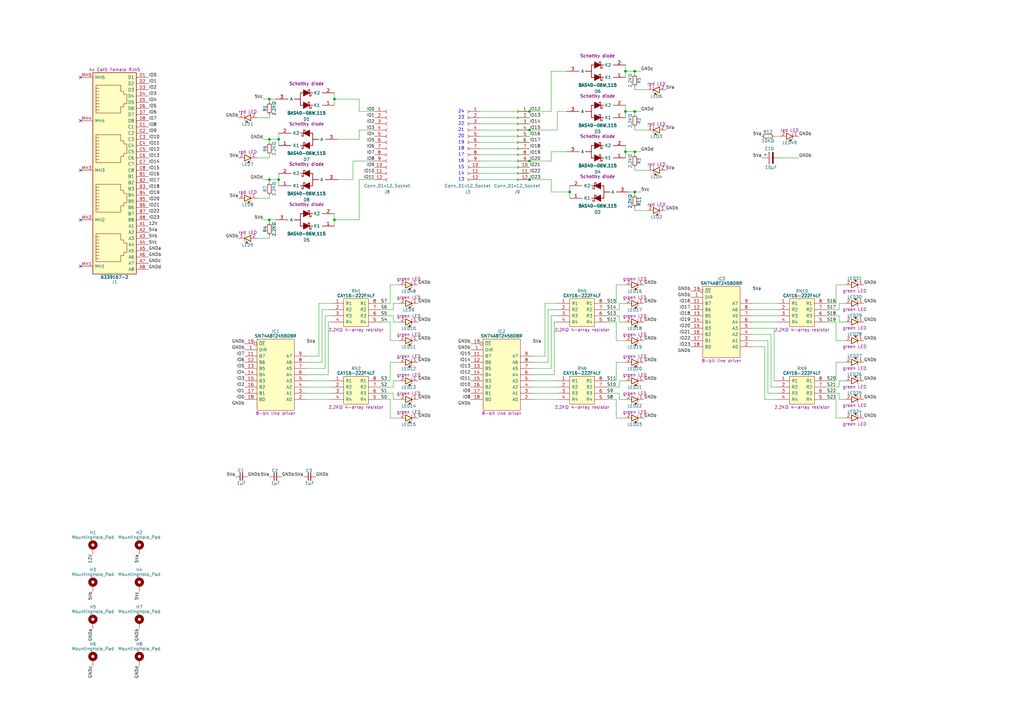
<source format=kicad_sch>
(kicad_sch (version 20250114) (generator "eeschema") (generator_version "9.0")
  (paper "A3")
  (title_block (title "24pin Component Tester") (date "2025-08-19") (rev "V1"))
  (lib_symbols
    (symbol "Bourns:CAY16-222F4LF" (pin_names (offset 0.762))
      (property "Reference" "RN" (at 10.16 5.08 0))
      (property "Value" "CAY16-222F4LF" (at 10.16 3.175 0))
      (property "Description" "2.2KΩ 4-array resistor" (at 10.16 -10.795 0))
      (symbol "CAY16-222F4LF_0_0"
        (pin passive line (at 0 0 0) (length 5.08) (name "R1") (number "1"))
        (pin passive line (at 0 -2.54 0) (length 5.08) (name "R2") (number "2"))
        (pin passive line (at 0 -5.08 0) (length 5.08) (name "R3") (number "3"))
        (pin passive line (at 0 -7.62 0) (length 5.08) (name "R4") (number "4"))
        (pin passive line (at 20.32 0 180) (length 5.08) (name "R1") (number "8"))
        (pin passive line (at 20.32 -2.54 180) (length 5.08) (name "R2") (number "7"))
        (pin passive line (at 20.32 -5.08 180) (length 5.08) (name "R3") (number "6"))
        (pin passive line (at 20.32 -7.62 180) (length 5.08) (name "R4") (number "5"))
      )
    )
    (symbol "Connector:Conn_01x12_Socket" (pin_names (offset 1.016) (hide yes))
      (property "Reference" "J" (at 0 15.24 0))
      (property "Value" "Conn_01x12_Socket" (at 0 -17.78 0))
      (symbol "Conn_01x12_Socket_1_1"
        (pin passive line (at -5.08 12.7 0) (length 3.81) (name "Pin_1") (number "1"))
        (pin passive line (at -5.08 10.16 0) (length 3.81) (name "Pin_2") (number "2"))
        (pin passive line (at -5.08 7.62 0) (length 3.81) (name "Pin_3") (number "3"))
        (pin passive line (at -5.08 5.08 0) (length 3.81) (name "Pin_4") (number "4"))
        (pin passive line (at -5.08 2.54 0) (length 3.81) (name "Pin_5") (number "5"))
        (pin passive line (at -5.08 0 0) (length 3.81) (name "Pin_6") (number "6"))
        (pin passive line (at -5.08 -2.54 0) (length 3.81) (name "Pin_7") (number "7"))
        (pin passive line (at -5.08 -5.08 0) (length 3.81) (name "Pin_8") (number "8"))
        (pin passive line (at -5.08 -7.62 0) (length 3.81) (name "Pin_9") (number "9"))
        (pin passive line (at -5.08 -10.16 0) (length 3.81) (name "Pin_10") (number "10"))
        (pin passive line (at -5.08 -12.7 0) (length 3.81) (name "Pin_11") (number "11"))
        (pin passive line (at -5.08 -15.24 0) (length 3.81) (name "Pin_12") (number "12"))
      )
    )
    (symbol "HCP65:C_0805" (pin_numbers (hide yes)) (pin_names (offset 0.254) (hide yes))
      (property "Reference" "C" (at 2.286 2.54 0))
      (property "Value" "?μF" (at 2.54 -2.54 0))
      (symbol "C_0805_1_1"
        (pin passive line (at 0 0 0) (length 2.032) (name "~") (number "1"))
        (pin passive line (at 5.08 0 180) (length 2.032) (name "~") (number "2"))
      )
    )
    (symbol "HCP65:C_Radial_D4.0mm_P2.00mm" (pin_numbers (hide yes)) (pin_names (offset 0.254))
      (property "Reference" "C" (at 0.635 2.54 0))
      (property "Value" "?μF" (at 0.635 -2.54 0))
      (symbol "C_Radial_D4.0mm_P2.00mm_1_1"
        (pin passive line (at 0 3.81 270) (length 2.794) (name "~") (number "1"))
        (pin passive line (at 0 -3.81 90) (length 2.794) (name "~") (number "2"))
      )
    )
    (symbol "HCP65:R_0805" (pin_numbers (hide yes)) (pin_names (hide yes))
      (property "Reference" "R" (at 2.54 1.778 0))
      (property "Value" "?Ω" (at 2.54 -1.905 0))
      (symbol "R_0805_1_1"
        (pin passive line (at 0 0 0) (length 0.72) (name "~") (number "1"))
        (pin passive line (at 5.08 0 180) (length 0.72) (name "~") (number "2"))
      )
    )
    (symbol "Mechanical:MountingHole_Pad" (pin_numbers (hide yes)) (pin_names (offset 1.016) (hide yes)) (in_bom no)
      (property "Reference" "H" (at 0 6.35 0))
      (property "Value" "MountingHole_Pad" (at 0 4.445 0))
      (symbol "MountingHole_Pad_1_1"
        (pin input line (at 0 -2.54 90) (length 2.54) (name "1") (number "1"))
      )
    )
    (symbol "Nexperia:BAS40-06W,115" (pin_names (offset 0.762))
      (property "Reference" "D" (at 2.54 -5.715 0))
      (property "Value" "BAS40-06W,115" (at 2.54 -8.255 0))
      (property "Description" "Schottky diode" (at 2.54 -20.32 0))
      (symbol "BAS40-06W,115_0_0"
        (pin passive line (at -8.89 -11.43 0) (length 5.08) (name "K1") (number "1"))
        (pin passive line (at -8.89 -16.51 0) (length 5.08) (name "K2") (number "2"))
      )
      (symbol "BAS40-06W,115_1_0"
        (pin passive line (at 15.24 -13.97 180) (length 5.08) (name "A") (number "3"))
      )
    )
    (symbol "TE_Connectivity:6339167-2" (pin_names (offset 0.762))
      (property "Reference" "J" (at -13.97 5.08 0))
      (property "Value" "6339167-2" (at -13.97 3.175 0))
      (property "Description" "4x Cat5 Female RJ45" (at -13.97 -81.915 0))
      (symbol "6339167-2_0_0"
        (pin passive line (at -27.94 -1.27 0) (length 5.08) (name "MH1") (number "MH1"))
        (pin passive line (at -27.94 -20.32 0) (length 5.08) (name "MH2") (number "MH2"))
        (pin passive line (at -27.94 -40.64 0) (length 5.08) (name "MH3") (number "MH3"))
        (pin passive line (at -27.94 -60.96 0) (length 5.08) (name "MH4") (number "MH4"))
        (pin passive line (at -27.94 -78.74 0) (length 5.08) (name "MH5") (number "MH5"))
        (pin passive line (at 0 0 180) (length 5.08) (name "A8") (number "A8"))
        (pin passive line (at 0 -2.54 180) (length 5.08) (name "A7") (number "A7"))
        (pin passive line (at 0 -5.08 180) (length 5.08) (name "A6") (number "A6"))
        (pin passive line (at 0 -7.62 180) (length 5.08) (name "A5") (number "A5"))
        (pin passive line (at 0 -10.16 180) (length 5.08) (name "A4") (number "A4"))
        (pin passive line (at 0 -12.7 180) (length 5.08) (name "A3") (number "A3"))
        (pin passive line (at 0 -15.24 180) (length 5.08) (name "A2") (number "A2"))
        (pin passive line (at 0 -17.78 180) (length 5.08) (name "A1") (number "A1"))
        (pin passive line (at 0 -20.32 180) (length 5.08) (name "B8") (number "B8"))
        (pin passive line (at 0 -22.86 180) (length 5.08) (name "B7") (number "B7"))
        (pin passive line (at 0 -25.4 180) (length 5.08) (name "B6") (number "B6"))
        (pin passive line (at 0 -27.94 180) (length 5.08) (name "B5") (number "B5"))
        (pin passive line (at 0 -30.48 180) (length 5.08) (name "B4") (number "B4"))
        (pin passive line (at 0 -33.02 180) (length 5.08) (name "B3") (number "B3"))
        (pin passive line (at 0 -35.56 180) (length 5.08) (name "B2") (number "B2"))
        (pin passive line (at 0 -38.1 180) (length 5.08) (name "B1") (number "B1"))
        (pin passive line (at 0 -40.64 180) (length 5.08) (name "C8") (number "C8"))
        (pin passive line (at 0 -43.18 180) (length 5.08) (name "C7") (number "C7"))
        (pin passive line (at 0 -45.72 180) (length 5.08) (name "C6") (number "C6"))
        (pin passive line (at 0 -48.26 180) (length 5.08) (name "C5") (number "C5"))
        (pin passive line (at 0 -50.8 180) (length 5.08) (name "C4") (number "C4"))
        (pin passive line (at 0 -53.34 180) (length 5.08) (name "C3") (number "C3"))
        (pin passive line (at 0 -55.88 180) (length 5.08) (name "C2") (number "C2"))
        (pin passive line (at 0 -58.42 180) (length 5.08) (name "C1") (number "C1"))
        (pin passive line (at 0 -60.96 180) (length 5.08) (name "D8") (number "D8"))
        (pin passive line (at 0 -63.5 180) (length 5.08) (name "D7") (number "D7"))
        (pin passive line (at 0 -66.04 180) (length 5.08) (name "D6") (number "D6"))
        (pin passive line (at 0 -68.58 180) (length 5.08) (name "D5") (number "D5"))
        (pin passive line (at 0 -71.12 180) (length 5.08) (name "D4") (number "D4"))
        (pin passive line (at 0 -73.66 180) (length 5.08) (name "D3") (number "D3"))
        (pin passive line (at 0 -76.2 180) (length 5.08) (name "D2") (number "D2"))
        (pin passive line (at 0 -78.74 180) (length 5.08) (name "D1") (number "D1"))
      )
    )
    (symbol "Texas_Instruments:SN74ABT245BDBR" (pin_names (offset 0.762))
      (property "Reference" "IC" (at 12.7 5.08 0))
      (property "Value" "SN74ABT245BDBR" (at 12.7 3.175 0))
      (property "Description" "8-bit line driver" (at 12.7 -28.575 0))
      (symbol "SN74ABT245BDBR_0_0"
        (pin input inverted (at 0 0 0) (length 5.08) (name "~{OE}") (number "19"))
        (pin input line (at 0 -2.54 0) (length 5.08) (name "DIR") (number "1"))
        (pin tri_state line (at 0 -5.08 0) (length 5.08) (name "B7") (number "11"))
        (pin tri_state line (at 0 -7.62 0) (length 5.08) (name "B6") (number "12"))
        (pin tri_state line (at 0 -10.16 0) (length 5.08) (name "B5") (number "13"))
        (pin tri_state line (at 0 -12.7 0) (length 5.08) (name "B4") (number "14"))
        (pin tri_state line (at 0 -15.24 0) (length 5.08) (name "B3") (number "15"))
        (pin tri_state line (at 0 -17.78 0) (length 5.08) (name "B2") (number "16"))
        (pin tri_state line (at 0 -20.32 0) (length 5.08) (name "B1") (number "17"))
        (pin tri_state line (at 0 -22.86 0) (length 5.08) (name "B0") (number "18"))
        (pin passive line (at 0 -25.4 0) (length 5.08) (hide yes) (name "GND") (number "10"))
        (pin passive line (at 25.4 0 180) (length 5.08) (hide yes) (name "5V") (number "20"))
        (pin tri_state line (at 25.4 -5.08 180) (length 5.08) (name "A7") (number "9"))
        (pin tri_state line (at 25.4 -7.62 180) (length 5.08) (name "A6") (number "8"))
        (pin tri_state line (at 25.4 -10.16 180) (length 5.08) (name "A5") (number "7"))
        (pin tri_state line (at 25.4 -12.7 180) (length 5.08) (name "A4") (number "6"))
        (pin tri_state line (at 25.4 -15.24 180) (length 5.08) (name "A3") (number "5"))
        (pin tri_state line (at 25.4 -17.78 180) (length 5.08) (name "A2") (number "4"))
        (pin tri_state line (at 25.4 -20.32 180) (length 5.08) (name "A1") (number "3"))
        (pin tri_state line (at 25.4 -22.86 180) (length 5.08) (name "A0") (number "2"))
      )
    )
    (symbol "Wurth_Elektronik:150224SS73100" (pin_names (offset 0.762))
      (property "Reference" "LED" (at 0 1.905 0))
      (property "Description" "red LED" (at 0 -3.175 0))
      (symbol "150224SS73100_0_0"
        (pin passive line (at -3.81 0 0) (length 2.54) (name "~") (number "1"))
        (pin passive line (at 3.81 0 180) (length 2.54) (name "~") (number "2"))
      )
    )
    (symbol "Wurth_Elektronik:150224VS73100A" (pin_names (offset 0.762))
      (property "Reference" "LED" (at 0 1.905 0))
      (property "Description" "green LED" (at 0 -3.175 0))
      (symbol "150224VS73100A_0_0"
        (pin passive line (at -3.81 0 0) (length 2.54) (name "") (number "1"))
        (pin passive line (at 3.81 0 180) (length 2.54) (name "~") (number "2"))
      )
    )
  )
  (text "16" (at 190.5 66.04 0) (effects (font (size 1.27 1.27)) (justify right)))
  (text "21" (at 190.5 53.34 0) (effects (font (size 1.27 1.27)) (justify right)))
  (text "13" (at 190.5 73.66 0) (effects (font (size 1.27 1.27)) (justify right)))
  (text "20" (at 190.5 55.88 0) (effects (font (size 1.27 1.27)) (justify right)))
  (text "23" (at 190.5 48.26 0) (effects (font (size 1.27 1.27)) (justify right)))
  (text "17" (at 190.5 63.5 0) (effects (font (size 1.27 1.27)) (justify right)))
  (text "19" (at 190.5 58.42 0) (effects (font (size 1.27 1.27)) (justify right)))
  (text "18" (at 190.5 60.96 0) (effects (font (size 1.27 1.27)) (justify right)))
  (text "22" (at 190.5 50.8 0) (effects (font (size 1.27 1.27)) (justify right)))
  (text "15" (at 190.5 68.58 0) (effects (font (size 1.27 1.27)) (justify right)))
  (text "24" (at 190.5 45.72 0) (effects (font (size 1.27 1.27)) (justify right)))
  (text "14" (at 190.5 71.12 0) (effects (font (size 1.27 1.27)) (justify right)))
  (junction (at 114.3 57.15))
  (junction (at 110.49 90.17))
  (junction (at 260.35 29.21))
  (junction (at 217.17 73.66))
  (junction (at 217.17 66.04))
  (junction (at 260.35 78.74))
  (junction (at 137.16 40.64))
  (junction (at 110.49 57.15))
  (junction (at 256.54 29.21))
  (junction (at 137.16 90.17))
  (junction (at 233.68 78.74))
  (junction (at 114.3 73.66))
  (junction (at 256.54 62.23))
  (junction (at 256.54 45.72))
  (junction (at 110.49 40.64))
  (junction (at 260.35 62.23))
  (junction (at 217.17 45.72))
  (junction (at 217.17 53.34))
  (junction (at 110.49 73.66))
  (junction (at 260.35 45.72))
  (no_connect (at 33.02 49.53))
  (no_connect (at 33.02 90.17))
  (no_connect (at 33.02 69.85))
  (no_connect (at 33.02 31.75))
  (no_connect (at 33.02 109.22))
  (wire (pts (xy 344.17 156.21) (xy 346.71 156.21)))
  (wire (pts (xy 227.33 153.67) (xy 227.33 132.08)))
  (wire (pts (xy 254 132.08) (xy 256.54 132.08)))
  (wire (pts (xy 342.9 132.08) (xy 339.09 132.08)))
  (wire (pts (xy 130.81 146.05) (xy 125.73 146.05)))
  (wire (pts (xy 147.32 73.66) (xy 147.32 90.17)))
  (wire (pts (xy 110.49 48.26) (xy 105.41 48.26)))
  (wire (pts (xy 163.83 139.7) (xy 160.02 139.7)))
  (wire (pts (xy 161.29 132.08) (xy 163.83 132.08)))
  (wire (pts (xy 226.06 78.74) (xy 233.68 78.74)))
  (wire (pts (xy 160.02 163.83) (xy 156.21 163.83)))
  (wire (pts (xy 254 158.75) (xy 248.92 158.75)))
  (wire (pts (xy 226.06 151.13) (xy 218.44 151.13)))
  (wire (pts (xy 228.6 129.54) (xy 226.06 129.54)))
  (wire (pts (xy 218.44 158.75) (xy 228.6 158.75)))
  (wire (pts (xy 256.54 29.21) (xy 256.54 31.75)))
  (wire (pts (xy 344.17 163.83) (xy 344.17 161.29)))
  (wire (pts (xy 252.73 156.21) (xy 248.92 156.21)))
  (wire (pts (xy 254 156.21) (xy 254 158.75)))
  (wire (pts (xy 132.08 127) (xy 132.08 148.59)))
  (wire (pts (xy 254 129.54) (xy 254 132.08)))
  (wire (pts (xy 223.52 124.46) (xy 223.52 146.05)))
  (wire (pts (xy 342.9 156.21) (xy 339.09 156.21)))
  (wire (pts (xy 223.52 146.05) (xy 218.44 146.05)))
  (wire (pts (xy 217.17 45.72) (xy 226.06 45.72)))
  (wire (pts (xy 156.21 129.54) (xy 161.29 129.54)))
  (wire (pts (xy 260.35 36.83) (xy 265.43 36.83)))
  (wire (pts (xy 252.73 124.46) (xy 248.92 124.46)))
  (wire (pts (xy 316.23 137.16) (xy 308.61 137.16)))
  (wire (pts (xy 137.16 38.1) (xy 137.16 40.64)))
  (wire (pts (xy 110.49 57.15) (xy 110.49 58.42)))
  (wire (pts (xy 233.68 78.74) (xy 233.68 76.2)))
  (wire (pts (xy 110.49 57.15) (xy 107.95 57.15)))
  (wire (pts (xy 160.02 156.21) (xy 156.21 156.21)))
  (wire (pts (xy 147.32 53.34) (xy 153.67 53.34)))
  (wire (pts (xy 161.29 163.83) (xy 163.83 163.83)))
  (wire (pts (xy 196.85 68.58) (xy 217.17 68.58)))
  (wire (pts (xy 344.17 158.75) (xy 344.17 156.21)))
  (wire (pts (xy 153.67 73.66) (xy 147.32 73.66)))
  (wire (pts (xy 163.83 116.84) (xy 160.02 116.84)))
  (wire (pts (xy 110.49 64.77) (xy 105.41 64.77)))
  (wire (pts (xy 153.67 66.04) (xy 144.78 66.04)))
  (wire (pts (xy 256.54 116.84) (xy 252.73 116.84)))
  (wire (pts (xy 254 161.29) (xy 254 163.83)))
  (wire (pts (xy 308.61 134.62) (xy 317.5 134.62)))
  (wire (pts (xy 260.35 85.09) (xy 260.35 86.36)))
  (wire (pts (xy 137.16 90.17) (xy 137.16 92.71)))
  (wire (pts (xy 228.6 127) (xy 224.79 127)))
  (wire (pts (xy 137.16 40.64) (xy 137.16 43.18)))
  (wire (pts (xy 147.32 45.72) (xy 147.32 40.64)))
  (wire (pts (xy 260.35 68.58) (xy 260.35 69.85)))
  (wire (pts (xy 218.44 161.29) (xy 228.6 161.29)))
  (wire (pts (xy 256.54 45.72) (xy 256.54 43.18)))
  (wire (pts (xy 133.35 129.54) (xy 133.35 151.13)))
  (wire (pts (xy 316.23 158.75) (xy 316.23 137.16)))
  (wire (pts (xy 256.54 45.72) (xy 256.54 48.26)))
  (wire (pts (xy 248.92 161.29) (xy 254 161.29)))
  (wire (pts (xy 317.5 156.21) (xy 318.77 156.21)))
  (wire (pts (xy 132.08 148.59) (xy 125.73 148.59)))
  (wire (pts (xy 233.68 78.74) (xy 233.68 81.28)))
  (wire (pts (xy 313.69 163.83) (xy 313.69 142.24)))
  (wire (pts (xy 161.29 127) (xy 156.21 127)))
  (wire (pts (xy 110.49 81.28) (xy 105.41 81.28)))
  (wire (pts (xy 196.85 63.5) (xy 217.17 63.5)))
  (wire (pts (xy 308.61 132.08) (xy 318.77 132.08)))
  (wire (pts (xy 318.77 158.75) (xy 316.23 158.75)))
  (wire (pts (xy 313.69 142.24) (xy 308.61 142.24)))
  (wire (pts (xy 135.89 124.46) (xy 130.81 124.46)))
  (wire (pts (xy 260.35 45.72) (xy 262.89 45.72)))
  (wire (pts (xy 114.3 73.66) (xy 110.49 73.66)))
  (wire (pts (xy 110.49 40.64) (xy 110.49 41.91)))
  (wire (pts (xy 254 127) (xy 248.92 127)))
  (wire (pts (xy 163.83 148.59) (xy 160.02 148.59)))
  (wire (pts (xy 196.85 55.88) (xy 217.17 55.88)))
  (wire (pts (xy 110.49 97.79) (xy 105.41 97.79)))
  (wire (pts (xy 260.35 45.72) (xy 260.35 46.99)))
  (wire (pts (xy 252.73 171.45) (xy 252.73 163.83)))
  (wire (pts (xy 134.62 153.67) (xy 134.62 132.08)))
  (wire (pts (xy 226.06 62.23) (xy 232.41 62.23)))
  (wire (pts (xy 252.73 163.83) (xy 248.92 163.83)))
  (wire (pts (xy 217.17 73.66) (xy 226.06 73.66)))
  (wire (pts (xy 260.35 62.23) (xy 260.35 63.5)))
  (wire (pts (xy 114.3 57.15) (xy 114.3 59.69)))
  (wire (pts (xy 256.54 156.21) (xy 254 156.21)))
  (wire (pts (xy 218.44 156.21) (xy 228.6 156.21)))
  (wire (pts (xy 217.17 53.34) (xy 228.6 53.34)))
  (wire (pts (xy 344.17 129.54) (xy 339.09 129.54)))
  (wire (pts (xy 137.16 90.17) (xy 147.32 90.17)))
  (wire (pts (xy 113.03 90.17) (xy 110.49 90.17)))
  (wire (pts (xy 260.35 86.36) (xy 265.43 86.36)))
  (wire (pts (xy 256.54 45.72) (xy 260.35 45.72)))
  (wire (pts (xy 114.3 57.15) (xy 114.3 54.61)))
  (wire (pts (xy 125.73 156.21) (xy 135.89 156.21)))
  (wire (pts (xy 226.06 29.21) (xy 232.41 29.21)))
  (wire (pts (xy 218.44 163.83) (xy 228.6 163.83)))
  (wire (pts (xy 256.54 62.23) (xy 256.54 59.69)))
  (wire (pts (xy 308.61 127) (xy 318.77 127)))
  (wire (pts (xy 254 124.46) (xy 254 127)))
  (wire (pts (xy 248.92 129.54) (xy 254 129.54)))
  (wire (pts (xy 161.29 129.54) (xy 161.29 132.08)))
  (wire (pts (xy 346.71 132.08) (xy 344.17 132.08)))
  (wire (pts (xy 160.02 132.08) (xy 156.21 132.08)))
  (wire (pts (xy 346.71 163.83) (xy 344.17 163.83)))
  (wire (pts (xy 260.35 69.85) (xy 265.43 69.85)))
  (wire (pts (xy 135.89 127) (xy 132.08 127)))
  (wire (pts (xy 196.85 60.96) (xy 217.17 60.96)))
  (wire (pts (xy 161.29 124.46) (xy 161.29 127)))
  (wire (pts (xy 147.32 53.34) (xy 147.32 57.15)))
  (wire (pts (xy 252.73 148.59) (xy 252.73 156.21)))
  (wire (pts (xy 137.16 87.63) (xy 137.16 90.17)))
  (wire (pts (xy 342.9 171.45) (xy 342.9 163.83)))
  (wire (pts (xy 114.3 57.15) (xy 110.49 57.15)))
  (wire (pts (xy 346.71 171.45) (xy 342.9 171.45)))
  (wire (pts (xy 144.78 66.04) (xy 144.78 73.66)))
  (wire (pts (xy 196.85 58.42) (xy 217.17 58.42)))
  (wire (pts (xy 226.06 73.66) (xy 226.06 78.74)))
  (wire (pts (xy 160.02 148.59) (xy 160.02 156.21)))
  (wire (pts (xy 135.89 129.54) (xy 133.35 129.54)))
  (wire (pts (xy 339.09 158.75) (xy 344.17 158.75)))
  (wire (pts (xy 110.49 90.17) (xy 110.49 91.44)))
  (wire (pts (xy 344.17 161.29) (xy 339.09 161.29)))
  (wire (pts (xy 346.71 116.84) (xy 342.9 116.84)))
  (wire (pts (xy 342.9 163.83) (xy 339.09 163.83)))
  (wire (pts (xy 153.67 45.72) (xy 147.32 45.72)))
  (wire (pts (xy 134.62 132.08) (xy 135.89 132.08)))
  (wire (pts (xy 318.77 163.83) (xy 313.69 163.83)))
  (wire (pts (xy 314.96 161.29) (xy 314.96 139.7)))
  (wire (pts (xy 256.54 148.59) (xy 252.73 148.59)))
  (wire (pts (xy 137.16 40.64) (xy 147.32 40.64)))
  (wire (pts (xy 339.09 127) (xy 344.17 127)))
  (wire (pts (xy 308.61 124.46) (xy 318.77 124.46)))
  (wire (pts (xy 217.17 66.04) (xy 226.06 66.04)))
  (wire (pts (xy 160.02 124.46) (xy 156.21 124.46)))
  (wire (pts (xy 256.54 124.46) (xy 254 124.46)))
  (wire (pts (xy 254 163.83) (xy 256.54 163.83)))
  (wire (pts (xy 260.35 29.21) (xy 262.89 29.21)))
  (wire (pts (xy 260.35 52.07) (xy 260.35 53.34)))
  (wire (pts (xy 228.6 124.46) (xy 223.52 124.46)))
  (wire (pts (xy 110.49 90.17) (xy 107.95 90.17)))
  (wire (pts (xy 320.04 55.88) (xy 317.5 55.88)))
  (wire (pts (xy 163.83 171.45) (xy 160.02 171.45)))
  (wire (pts (xy 196.85 45.72) (xy 217.17 45.72)))
  (wire (pts (xy 308.61 129.54) (xy 318.77 129.54)))
  (wire (pts (xy 346.71 139.7) (xy 342.9 139.7)))
  (wire (pts (xy 260.35 35.56) (xy 260.35 36.83)))
  (wire (pts (xy 110.49 73.66) (xy 107.95 73.66)))
  (wire (pts (xy 110.49 80.01) (xy 110.49 81.28)))
  (wire (pts (xy 256.54 139.7) (xy 252.73 139.7)))
  (wire (pts (xy 342.9 148.59) (xy 342.9 156.21)))
  (wire (pts (xy 344.17 127) (xy 344.17 124.46)))
  (wire (pts (xy 252.73 116.84) (xy 252.73 124.46)))
  (wire (pts (xy 156.21 161.29) (xy 161.29 161.29)))
  (wire (pts (xy 125.73 161.29) (xy 135.89 161.29)))
  (wire (pts (xy 161.29 161.29) (xy 161.29 163.83)))
  (wire (pts (xy 256.54 171.45) (xy 252.73 171.45)))
  (wire (pts (xy 161.29 156.21) (xy 161.29 158.75)))
  (wire (pts (xy 260.35 78.74) (xy 260.35 80.01)))
  (wire (pts (xy 256.54 29.21) (xy 256.54 26.67)))
  (wire (pts (xy 228.6 45.72) (xy 228.6 53.34)))
  (wire (pts (xy 226.06 62.23) (xy 226.06 66.04)))
  (wire (pts (xy 125.73 153.67) (xy 134.62 153.67)))
  (wire (pts (xy 257.81 78.74) (xy 260.35 78.74)))
  (wire (pts (xy 227.33 132.08) (xy 228.6 132.08)))
  (wire (pts (xy 196.85 53.34) (xy 217.17 53.34)))
  (wire (pts (xy 196.85 50.8) (xy 217.17 50.8)))
  (wire (pts (xy 196.85 66.04) (xy 217.17 66.04)))
  (wire (pts (xy 160.02 116.84) (xy 160.02 124.46)))
  (wire (pts (xy 314.96 139.7) (xy 308.61 139.7)))
  (wire (pts (xy 260.35 29.21) (xy 260.35 30.48)))
  (wire (pts (xy 196.85 73.66) (xy 217.17 73.66)))
  (wire (pts (xy 260.35 62.23) (xy 262.89 62.23)))
  (wire (pts (xy 256.54 62.23) (xy 256.54 64.77)))
  (wire (pts (xy 252.73 139.7) (xy 252.73 132.08)))
  (wire (pts (xy 226.06 29.21) (xy 226.06 45.72)))
  (wire (pts (xy 125.73 158.75) (xy 135.89 158.75)))
  (wire (pts (xy 344.17 124.46) (xy 346.71 124.46)))
  (wire (pts (xy 110.49 63.5) (xy 110.49 64.77)))
  (wire (pts (xy 147.32 57.15) (xy 138.43 57.15)))
  (wire (pts (xy 318.77 161.29) (xy 314.96 161.29)))
  (wire (pts (xy 256.54 62.23) (xy 260.35 62.23)))
  (wire (pts (xy 256.54 29.21) (xy 260.35 29.21)))
  (wire (pts (xy 228.6 45.72) (xy 232.41 45.72)))
  (wire (pts (xy 346.71 148.59) (xy 342.9 148.59)))
  (wire (pts (xy 110.49 46.99) (xy 110.49 48.26)))
  (wire (pts (xy 327.66 64.77) (xy 320.04 64.77)))
  (wire (pts (xy 160.02 139.7) (xy 160.02 132.08)))
  (wire (pts (xy 218.44 153.67) (xy 227.33 153.67)))
  (wire (pts (xy 317.5 134.62) (xy 317.5 156.21)))
  (wire (pts (xy 130.81 124.46) (xy 130.81 146.05)))
  (wire (pts (xy 196.85 71.12) (xy 217.17 71.12)))
  (wire (pts (xy 161.29 158.75) (xy 156.21 158.75)))
  (wire (pts (xy 110.49 96.52) (xy 110.49 97.79)))
  (wire (pts (xy 226.06 129.54) (xy 226.06 151.13)))
  (wire (pts (xy 260.35 78.74) (xy 262.89 78.74)))
  (wire (pts (xy 163.83 156.21) (xy 161.29 156.21)))
  (wire (pts (xy 224.79 148.59) (xy 218.44 148.59)))
  (wire (pts (xy 196.85 48.26) (xy 217.17 48.26)))
  (wire (pts (xy 133.35 151.13) (xy 125.73 151.13)))
  (wire (pts (xy 114.3 73.66) (xy 114.3 76.2)))
  (wire (pts (xy 160.02 171.45) (xy 160.02 163.83)))
  (wire (pts (xy 110.49 40.64) (xy 107.95 40.64)))
  (wire (pts (xy 342.9 124.46) (xy 339.09 124.46)))
  (wire (pts (xy 163.83 124.46) (xy 161.29 124.46)))
  (wire (pts (xy 342.9 116.84) (xy 342.9 124.46)))
  (wire (pts (xy 252.73 132.08) (xy 248.92 132.08)))
  (wire (pts (xy 113.03 40.64) (xy 110.49 40.64)))
  (wire (pts (xy 224.79 127) (xy 224.79 148.59)))
  (wire (pts (xy 342.9 139.7) (xy 342.9 132.08)))
  (wire (pts (xy 125.73 163.83) (xy 135.89 163.83)))
  (wire (pts (xy 260.35 53.34) (xy 265.43 53.34)))
  (wire (pts (xy 110.49 73.66) (xy 110.49 74.93)))
  (wire (pts (xy 344.17 132.08) (xy 344.17 129.54)))
  (wire (pts (xy 144.78 73.66) (xy 138.43 73.66)))
  (wire (pts (xy 114.3 73.66) (xy 114.3 71.12)))
  (label "GNDb" (at 354.33 132.08 0))
  (label "GNDd" (at 262.89 45.72 0))
  (label "S6" (at 156.21 127 0))
  (label "S12" (at 248.92 132.08 0))
  (label "5Va" (at 124.46 195.58 180))
  (label "S17" (at 339.09 127 0))
  (label "5Va" (at 218.44 140.97 0))
  (label "GNDb" (at 193.04 140.97 180))
  (label "IO13" (at 217.17 48.26 0))
  (label "GNDb" (at 264.16 139.7 0))
  (label "IO5" (at 60.96 44.45 0))
  (label "S19" (at 339.09 132.08 0))
  (label "GNDd" (at 60.96 110.49 0))
  (label "GNDb" (at 171.45 132.08 0))
  (label "GNDb" (at 171.45 156.21 0))
  (label "GNDb" (at 264.16 163.83 0))
  (label "S15" (at 248.92 124.46 0))
  (label "GNDc" (at 38.1 273.05 270))
  (label "GNDb" (at 171.45 163.83 0))
  (label "IO9" (at 153.67 68.58 180))
  (label "IO4" (at 60.96 41.91 0))
  (label "5Va" (at 110.49 195.58 180))
  (label "IO1" (at 153.67 48.26 180))
  (label "IO2" (at 153.67 50.8 180))
  (label "IO12" (at 60.96 62.23 0))
  (label "GNDb" (at 264.16 156.21 0))
  (label "IO17" (at 60.96 74.93 0))
  (label "5Vc" (at 107.95 40.64 180))
  (label "IO8" (at 153.67 66.04 180))
  (label "GNDb" (at 171.45 124.46 0))
  (label "GNDb" (at 354.33 139.7 0))
  (label "GNDb" (at 354.33 171.45 0))
  (label "IO23" (at 283.21 142.24 180))
  (label "IO19" (at 283.21 132.08 180))
  (label "5Va" (at 273.05 69.85 0))
  (label "GNDb" (at 283.21 121.92 180))
  (label "GNDb" (at 264.16 132.08 0))
  (label "IO3" (at 153.67 53.34 180))
  (label "S7" (at 156.21 124.46 0))
  (label "IO10" (at 153.67 71.12 180))
  (label "GNDb" (at 171.45 148.59 0))
  (label "GNDb" (at 100.33 166.37 180))
  (label "GNDa" (at 60.96 102.87 0))
  (label "GNDb" (at 171.45 171.45 0))
  (label "IO21" (at 217.17 68.58 0))
  (label "5Va" (at 97.79 64.77 180))
  (label "IO15" (at 193.04 146.05 180))
  (label "GNDb" (at 283.21 144.78 180))
  (label "IO11" (at 60.96 59.69 0))
  (label "S0" (at 156.21 163.83 0))
  (label "5Va" (at 308.61 119.38 0))
  (label "GNDb" (at 171.45 139.7 0))
  (label "5Vc" (at 262.89 78.74 0))
  (label "IO4" (at 100.33 153.67 180))
  (label "IO23" (at 60.96 90.17 0))
  (label "GNDb" (at 60.96 105.41 0))
  (label "GNDb" (at 273.05 86.36 0))
  (label "GNDb" (at 354.33 116.84 0))
  (label "GNDa" (at 38.1 257.81 270))
  (label "IO13" (at 193.04 151.13 180))
  (label "GNDb" (at 264.16 171.45 0))
  (label "IO22" (at 217.17 71.12 0))
  (label "IO23" (at 217.17 73.66 0))
  (label "IO18" (at 217.17 60.96 0))
  (label "IO3" (at 100.33 156.21 180))
  (label "IO0" (at 100.33 163.83 180))
  (label "5Vc" (at 60.96 100.33 0))
  (label "5Vb" (at 107.95 90.17 180))
  (label "IO13" (at 60.96 64.77 0))
  (label "IO10" (at 193.04 158.75 180))
  (label "GNDd" (at 107.95 73.66 180))
  (label "IO14" (at 217.17 50.8 0))
  (label "5Va" (at 312.42 64.77 180))
  (label "IO21" (at 60.96 85.09 0))
  (label "GNDd" (at 262.89 62.23 0))
  (label "GNDb" (at 354.33 148.59 0))
  (label "IO8" (at 193.04 163.83 180))
  (label "GNDb" (at 264.16 116.84 0))
  (label "GNDb" (at 283.21 119.38 180))
  (label "IO19" (at 60.96 80.01 0))
  (label "S20" (at 339.09 156.21 0))
  (label "GNDb" (at 97.79 48.26 180))
  (label "12V" (at 38.1 227.33 270))
  (label "IO17" (at 283.21 127 180))
  (label "GNDb" (at 129.54 195.58 0))
  (label "GNDb" (at 57.15 257.81 270))
  (label "S13" (at 248.92 129.54 0))
  (label "S16" (at 339.09 124.46 0))
  (label "S11" (at 248.92 156.21 0))
  (label "GNDb" (at 97.79 97.79 180))
  (label "GNDb" (at 100.33 140.97 180))
  (label "IO11" (at 153.67 73.66 180))
  (label "IO7" (at 100.33 146.05 180))
  (label "IO0" (at 60.96 31.75 0))
  (label "GNDb" (at 193.04 166.37 180))
  (label "5Va" (at 273.05 53.34 0))
  (label "GNDb" (at 264.16 124.46 0))
  (label "IO9" (at 193.04 161.29 180))
  (label "S8" (at 248.92 163.83 0))
  (label "S14" (at 248.92 127 0))
  (label "IO6" (at 100.33 148.59 180))
  (label "IO12" (at 193.04 153.67 180))
  (label "S18" (at 339.09 129.54 0))
  (label "IO8" (at 60.96 52.07 0))
  (label "GNDc" (at 60.96 107.95 0))
  (label "IO11" (at 193.04 156.21 180))
  (label "GNDd" (at 57.15 273.05 270))
  (label "IO22" (at 60.96 87.63 0))
  (label "IO12" (at 217.17 45.72 0))
  (label "S3" (at 156.21 156.21 0))
  (label "IO15" (at 60.96 69.85 0))
  (label "GNDd" (at 107.95 57.15 180))
  (label "GNDb" (at 101.6 195.58 0))
  (label "GNDb" (at 354.33 163.83 0))
  (label "12V" (at 60.96 92.71 0))
  (label "GNDb" (at 327.66 64.77 0))
  (label "IO15" (at 217.17 53.34 0))
  (label "IO7" (at 153.67 63.5 180))
  (label "S21" (at 339.09 158.75 0))
  (label "IO2" (at 100.33 158.75 180))
  (label "5Va" (at 312.42 55.88 180))
  (label "IO22" (at 283.21 139.7 180))
  (label "IO7" (at 60.96 49.53 0))
  (label "5Vb" (at 60.96 97.79 0))
  (label "5Va" (at 60.96 95.25 0))
  (label "IO1" (at 100.33 161.29 180))
  (label "IO3" (at 60.96 39.37 0))
  (label "5Va" (at 273.05 36.83 0))
  (label "S9" (at 248.92 161.29 0))
  (label "IO6" (at 60.96 46.99 0))
  (label "GNDb" (at 264.16 148.59 0))
  (label "GNDb" (at 327.66 55.88 0))
  (label "IO20" (at 60.96 82.55 0))
  (label "5Va" (at 96.52 195.58 180))
  (label "IO0" (at 153.67 45.72 180))
  (label "S10" (at 248.92 158.75 0))
  (label "S2" (at 156.21 158.75 0))
  (label "S4" (at 156.21 132.08 0))
  (label "S1" (at 156.21 161.29 0))
  (label "GNDb" (at 171.45 116.84 0))
  (label "IO5" (at 100.33 151.13 180))
  (label "GNDc" (at 262.89 29.21 0))
  (label "IO17" (at 217.17 58.42 0))
  (label "IO21" (at 283.21 137.16 180))
  (label "5Vc" (at 57.15 242.57 270))
  (label "IO9" (at 60.96 54.61 0))
  (label "IO1" (at 60.96 34.29 0))
  (label "IO18" (at 283.21 129.54 180))
  (label "IO6" (at 153.67 60.96 180))
  (label "IO2" (at 60.96 36.83 0))
  (label "GNDb" (at 115.57 195.58 0))
  (label "GNDb" (at 100.33 143.51 180))
  (label "IO19" (at 217.17 63.5 0))
  (label "GNDb" (at 193.04 143.51 180))
  (label "IO20" (at 217.17 66.04 0))
  (label "IO4" (at 153.67 55.88 180))
  (label "S5" (at 156.21 129.54 0))
  (label "S23" (at 339.09 163.83 0))
  (label "IO20" (at 283.21 134.62 180))
  (label "IO14" (at 193.04 148.59 180))
  (label "IO16" (at 217.17 55.88 0))
  (label "IO18" (at 60.96 77.47 0))
  (label "IO5" (at 153.67 58.42 180))
  (label "5Va" (at 97.79 81.28 180))
  (label "5Vb" (at 38.1 242.57 270))
  (label "IO10" (at 60.96 57.15 0))
  (label "5Va" (at 125.73 140.97 0))
  (label "GNDb" (at 354.33 156.21 0))
  (label "S22" (at 339.09 161.29 0))
  (label "IO16" (at 60.96 72.39 0))
  (label "5Va" (at 57.15 227.33 270))
  (label "GNDb" (at 354.33 124.46 0))
  (label "IO14" (at 60.96 67.31 0))
  (label "IO16" (at 283.21 124.46 180))
  (symbol (lib_id "Bourns:CAY16-222F4LF") (at 135.89 156.21 0) (unit 1)
    (property "Reference" "RN2" (at 146.05 151.13 0))
    (property "Value" "CAY16-222F4LF" (at 146.05 153.035 0) (effects (font (bold yes))))
    (property "Footprint" "SamacSys_Parts:CAY16-J4" (effects (hide yes)))
    (property "Datasheet" "https://www.bourns.com/pdfs/CATCAY.pdf" (effects (hide yes)))
    (property "Description" "2.2KΩ 4-array resistor" (at 146.05 167.005 0))
    (property "Manufacturer_Name" "Bourns" (effects (hide yes)))
    (property "Manufacturer_Part_Number" "CAY16-222F4LF\n" (effects (hide yes)))
    (property "Mouser Part Number" "652-CAY16-2201F4LF" (effects (hide yes)))
    (property "Mouser Price/Stock" "https://www.mouser.co.uk/ProductDetail/Bourns/CAY16-472J4LF?qs=vjljXApjgZXDWSqaYW6%252BOA%3D%3D" (effects (hide yes)))
    (property "Silkscreen" "2.2KΩ" (effects (hide yes)))
    (property "Garbage" "Bourns CAY16 Series 2.2k +/-5% Isolated SMT Resistor Array, 4 Resistors, 0.25W total 1206 (3216M) package Convex" (effects (hide yes)))
  )
  (symbol (lib_id "Wurth_Elektronik:150224VS73100A") (at 350.52 116.84 0) (mirror y) (unit 1)
    (property "Reference" "LED31" (at 350.52 114.935 0) (effects (justify bottom)))
    (property "Value" "150224VS73100A" (effects (hide yes)))
    (property "Footprint" "SamacSys_Parts:150224VS73100A" (effects (hide yes)))
    (property "Datasheet" "https://www.we-online.com/katalog/datasheet/150224VS73100A.pdf" (effects (hide yes)))
    (property "Description" "green LED" (at 350.52 120.015 0) (effects (justify bottom)))
    (property "Height" "1.41" (effects (hide yes)))
    (property "Manufacturer_Name" "Wurth Elektronik" (effects (hide yes)))
    (property "Manufacturer_Part_Number" "150224VS73100A" (effects (hide yes)))
    (property "Mouser Part Number" "710-150224VS73100A" (effects (hide yes)))
    (property "Mouser Price/Stock" "https://www.mouser.co.uk/ProductDetail/Wurth-Elektronik/150224VS73100A?qs=8Aam6%252B7C6HG2%2FfdOsQ%2FdNg%3D%3D" (effects (hide yes)))
    (property "Silkscreen" "grn" (effects (hide yes)))
    (property "Garbage" "Green LED" (effects (hide yes)))
  )
  (symbol (lib_id "Wurth_Elektronik:150224SS73100") (at 323.85 55.88 180) (unit 1)
    (property "Reference" "LED49" (at 323.85 57.785 0) (effects (justify bottom)))
    (property "Value" "150224SS73100" (effects (hide yes)))
    (property "Footprint" "SamacSys_Parts:150224SS73100A" (effects (hide yes)))
    (property "Datasheet" "http://www.farnell.com/datasheets/2301711.pdf" (effects (hide yes)))
    (property "Description" "red LED" (at 323.85 52.705 0) (effects (justify bottom)))
    (property "Height" "1.31" (effects (hide yes)))
    (property "Manufacturer_Name" "Wurth Elektronik" (effects (hide yes)))
    (property "Silkscreen" "red" (effects (hide yes)))
    (property "Manufacturer_Part_Number" "150224SS73100" (effects (hide yes)))
    (property "Mouser Part Number" "710-150224SS73100" (effects (hide yes)))
    (property "Mouser Price/Stock" "https://www.mouser.co.uk/ProductDetail/Wurth-Elektronik/150224SS73100?qs=5aG0NVq1C4xYrTr%2FIVl59g%3D%3D" (effects (hide yes)))
    (property "Garbage" "Red LED" (effects (hide yes)))
  )
  (symbol (lib_id "HCP65:R_0805") (at 260.35 46.99 270) (unit 1)
    (property "Reference" "R2" (at 262.128 49.53 0))
    (property "Value" "2.2KΩ" (at 258.445 49.53 0))
    (property "Footprint" "SamacSys_Parts:R_0805" (effects (hide yes)))
  )
  (symbol (lib_id "Wurth_Elektronik:150224VS73100A") (at 350.52 156.21 0) (mirror y) (unit 1)
    (property "Reference" "LED26" (at 350.52 154.305 0) (effects (justify bottom)))
    (property "Value" "150224VS73100A" (effects (hide yes)))
    (property "Footprint" "SamacSys_Parts:150224VS73100A" (effects (hide yes)))
    (property "Datasheet" "https://www.we-online.com/katalog/datasheet/150224VS73100A.pdf" (effects (hide yes)))
    (property "Description" "green LED" (at 350.52 159.385 0) (effects (justify bottom)))
    (property "Height" "1.41" (effects (hide yes)))
    (property "Manufacturer_Name" "Wurth Elektronik" (effects (hide yes)))
    (property "Manufacturer_Part_Number" "150224VS73100A" (effects (hide yes)))
    (property "Mouser Part Number" "710-150224VS73100A" (effects (hide yes)))
    (property "Mouser Price/Stock" "https://www.mouser.co.uk/ProductDetail/Wurth-Elektronik/150224VS73100A?qs=8Aam6%252B7C6HG2%2FfdOsQ%2FdNg%3D%3D" (effects (hide yes)))
    (property "Silkscreen" "grn" (effects (hide yes)))
    (property "Garbage" "Green LED" (effects (hide yes)))
  )
  (symbol (lib_id "Wurth_Elektronik:150224VS73100A") (at 350.52 124.46 0) (mirror y) (unit 1)
    (property "Reference" "LED30" (at 350.52 122.555 0) (effects (justify bottom)))
    (property "Value" "150224VS73100A" (effects (hide yes)))
    (property "Footprint" "SamacSys_Parts:150224VS73100A" (effects (hide yes)))
    (property "Datasheet" "https://www.we-online.com/katalog/datasheet/150224VS73100A.pdf" (effects (hide yes)))
    (property "Description" "green LED" (at 350.52 127.635 0) (effects (justify bottom)))
    (property "Height" "1.41" (effects (hide yes)))
    (property "Manufacturer_Name" "Wurth Elektronik" (effects (hide yes)))
    (property "Manufacturer_Part_Number" "150224VS73100A" (effects (hide yes)))
    (property "Mouser Part Number" "710-150224VS73100A" (effects (hide yes)))
    (property "Mouser Price/Stock" "https://www.mouser.co.uk/ProductDetail/Wurth-Elektronik/150224VS73100A?qs=8Aam6%252B7C6HG2%2FfdOsQ%2FdNg%3D%3D" (effects (hide yes)))
    (property "Silkscreen" "grn" (effects (hide yes)))
    (property "Garbage" "Green LED" (effects (hide yes)))
  )
  (symbol (lib_id "HCP65:C_Radial_D4.0mm_P2.00mm") (at 316.23 64.77 90) (mirror x) (unit 1)
    (property "Reference" "C10" (at 317.5 60.96 90) (effects (justify left)))
    (property "Value" "10μF" (at 318.77 68.58 90) (effects (justify left)))
    (property "Footprint" "SamacSys_Parts:CP_Radial_D4.0mm_P2.00mm" (effects (hide yes)))
    (property "Description" "10μF" (effects (hide yes)))
  )
  (symbol (lib_id "Mechanical:MountingHole_Pad") (at 57.15 240.03 0) (unit 1) (in_bom no)
    (property "Reference" "H4" (at 57.15 233.68 0))
    (property "Value" "MountingHole_Pad" (at 57.15 235.585 0))
    (property "Footprint" "MountingHole:MountingHole_3.2mm_M3_Pad" (effects (hide yes)))
    (property "Description" "Mounting Hole with connection" (effects (hide yes)))
  )
  (symbol (lib_id "Wurth_Elektronik:150224VS73100A") (at 167.64 139.7 180) (unit 1)
    (property "Reference" "LED11" (at 167.64 141.605 0) (effects (justify bottom)))
    (property "Value" "150224VS73100A" (effects (hide yes)))
    (property "Footprint" "SamacSys_Parts:150224VS73100A" (effects (hide yes)))
    (property "Datasheet" "https://www.we-online.com/katalog/datasheet/150224VS73100A.pdf" (effects (hide yes)))
    (property "Description" "green LED" (at 167.64 136.525 0) (effects (justify bottom)))
    (property "Height" "1.41" (effects (hide yes)))
    (property "Manufacturer_Name" "Wurth Elektronik" (effects (hide yes)))
    (property "Manufacturer_Part_Number" "150224VS73100A" (effects (hide yes)))
    (property "Mouser Part Number" "710-150224VS73100A" (effects (hide yes)))
    (property "Mouser Price/Stock" "https://www.mouser.co.uk/ProductDetail/Wurth-Elektronik/150224VS73100A?qs=8Aam6%252B7C6HG2%2FfdOsQ%2FdNg%3D%3D" (effects (hide yes)))
    (property "Silkscreen" "grn" (effects (hide yes)))
    (property "Garbage" "Green LED" (effects (hide yes)))
  )
  (symbol (lib_id "Mechanical:MountingHole_Pad") (at 57.15 270.51 0) (unit 1) (in_bom no)
    (property "Reference" "H8" (at 57.15 264.16 0))
    (property "Value" "MountingHole_Pad" (at 57.15 266.065 0))
    (property "Footprint" "MountingHole:MountingHole_3.2mm_M3_Pad" (effects (hide yes)))
    (property "Description" "Mounting Hole with connection" (effects (hide yes)))
  )
  (symbol (lib_id "Bourns:CAY16-222F4LF") (at 228.6 156.21 0) (unit 1)
    (property "Reference" "RN6" (at 238.76 151.13 0))
    (property "Value" "CAY16-222F4LF" (at 238.76 153.035 0) (effects (font (bold yes))))
    (property "Footprint" "SamacSys_Parts:CAY16-J4" (effects (hide yes)))
    (property "Datasheet" "https://www.bourns.com/pdfs/CATCAY.pdf" (effects (hide yes)))
    (property "Description" "2.2KΩ 4-array resistor" (at 238.76 167.005 0))
    (property "Manufacturer_Name" "Bourns" (effects (hide yes)))
    (property "Manufacturer_Part_Number" "CAY16-222F4LF\n" (effects (hide yes)))
    (property "Mouser Part Number" "652-CAY16-2201F4LF" (effects (hide yes)))
    (property "Mouser Price/Stock" "https://www.mouser.co.uk/ProductDetail/Bourns/CAY16-472J4LF?qs=vjljXApjgZXDWSqaYW6%252BOA%3D%3D" (effects (hide yes)))
    (property "Silkscreen" "2.2KΩ" (effects (hide yes)))
    (property "Garbage" "Bourns CAY16 Series 2.2k +/-5% Isolated SMT Resistor Array, 4 Resistors, 0.25W total 1206 (3216M) package Convex" (effects (hide yes)))
  )
  (symbol (lib_id "HCP65:R_0805") (at 260.35 30.48 270) (unit 1)
    (property "Reference" "R5" (at 262.128 33.02 0))
    (property "Value" "2.2KΩ" (at 258.445 33.02 0))
    (property "Footprint" "SamacSys_Parts:R_0805" (effects (hide yes)))
  )
  (symbol (lib_id "Wurth_Elektronik:150224VS73100A") (at 167.64 163.83 180) (unit 1)
    (property "Reference" "LED14" (at 167.64 165.735 0) (effects (justify bottom)))
    (property "Value" "150224VS73100A" (effects (hide yes)))
    (property "Footprint" "SamacSys_Parts:150224VS73100A" (effects (hide yes)))
    (property "Datasheet" "https://www.we-online.com/katalog/datasheet/150224VS73100A.pdf" (effects (hide yes)))
    (property "Description" "green LED" (at 167.64 160.655 0) (effects (justify bottom)))
    (property "Height" "1.41" (effects (hide yes)))
    (property "Manufacturer_Name" "Wurth Elektronik" (effects (hide yes)))
    (property "Manufacturer_Part_Number" "150224VS73100A" (effects (hide yes)))
    (property "Mouser Part Number" "710-150224VS73100A" (effects (hide yes)))
    (property "Mouser Price/Stock" "https://www.mouser.co.uk/ProductDetail/Wurth-Elektronik/150224VS73100A?qs=8Aam6%252B7C6HG2%2FfdOsQ%2FdNg%3D%3D" (effects (hide yes)))
    (property "Silkscreen" "grn" (effects (hide yes)))
    (property "Garbage" "Green LED" (effects (hide yes)))
  )
  (symbol (lib_id "Wurth_Elektronik:150224SS73100") (at 269.24 53.34 0) (mirror x) (unit 1)
    (property "Reference" "LED3" (at 269.24 55.245 0) (effects (justify bottom)))
    (property "Value" "150224SS73100" (effects (hide yes)))
    (property "Footprint" "SamacSys_Parts:150224SS73100A" (effects (hide yes)))
    (property "Datasheet" "http://www.farnell.com/datasheets/2301711.pdf" (effects (hide yes)))
    (property "Description" "red LED" (at 269.24 50.165 0) (effects (justify bottom)))
    (property "Height" "1.31" (effects (hide yes)))
    (property "Manufacturer_Name" "Wurth Elektronik" (effects (hide yes)))
    (property "Silkscreen" "red" (effects (hide yes)))
    (property "Manufacturer_Part_Number" "150224SS73100" (effects (hide yes)))
    (property "Mouser Part Number" "710-150224SS73100" (effects (hide yes)))
    (property "Mouser Price/Stock" "https://www.mouser.co.uk/ProductDetail/Wurth-Elektronik/150224SS73100?qs=5aG0NVq1C4xYrTr%2FIVl59g%3D%3D" (effects (hide yes)))
    (property "Garbage" "Red LED" (effects (hide yes)))
  )
  (symbol (lib_id "Texas_Instruments:SN74ABT245BDBR") (at 193.04 140.97 0) (unit 1)
    (property "Reference" "IC2" (at 205.74 135.89 0))
    (property "Value" "SN74ABT245BDBR" (at 205.74 137.795 0) (effects (font (bold yes))))
    (property "Footprint" "SamacSys_Parts:SOP65P780X200-20N" (effects (hide yes)))
    (property "Datasheet" "http://www.ti.com/lit/gpn/sn74abt245b" (effects (hide yes)))
    (property "Description" "8-bit line driver" (at 205.74 169.545 0))
    (property "Height" "2" (effects (hide yes)))
    (property "Manufacturer_Name" "Texas Instruments" (effects (hide yes)))
    (property "Manufacturer_Part_Number" "SN74ABT245BDBR" (effects (hide yes)))
    (property "Mouser Part Number" "595-SN74ABT245BDBR" (effects (hide yes)))
    (property "Mouser Price/Stock" "https://www.mouser.co.uk/ProductDetail/Texas-Instruments/SN74ABT245BDBR?qs=5nGYs9Do7G0kvriH65mtcg%3D%3D" (effects (hide yes)))
    (property "Silkscreen" "74ABT245" (effects (hide yes)))
  )
  (symbol (lib_id "TE_Connectivity:6339167-2") (at 60.96 110.49 0) (mirror x) (unit 1)
    (property "Reference" "J1" (at 46.99 115.57 0))
    (property "Value" "6339167-2" (at 46.99 113.665 0) (effects (font (bold yes))))
    (property "Footprint" "SamacSys_Parts:63391672" (effects (hide yes)))
    (property "Datasheet" "https://www.te.com/commerce/DocumentDelivery/DDEController?Action=srchrtrv&DocNm=6339167&DocType=Customer+Drawing&DocLang=English" (effects (hide yes)))
    (property "Description" "4x Cat5 Female RJ45" (at 46.99 28.575 0))
    (property "Description_1" "Body Features: Shield Plating Material Tin over Nickel | Modular Jack Latch Orientation Standard - Latch Down | Shield Material Copper Alloy | Connector Profile Standard | PCB Ground Tab Location 4.57 MM | PCB Ground Tab Location .18 INCH | Configuration Features: Connector Contact Density Standard | Number of Panel Ground Tabs 15 | Number of Loaded Positions 8 | Status Light Type Not Illuminated | Multiple Port Configuration Ganged | Number of PCB Ground Tabs 5 | PCB Mount Orientation Right Angle | Number " (effects (hide yes)))
    (property "Height" "16.1" (effects (hide yes)))
    (property "Manufacturer_Name" "TE Connectivity" (effects (hide yes)))
    (property "Manufacturer_Part_Number" "6339167-2" (effects (hide yes)))
    (property "Mouser Part Number" "571-6339167-2" (effects (hide yes)))
    (property "Mouser Price/Stock" "https://www.mouser.co.uk/ProductDetail/TE-Connectivity-Alcoswitch/6339167-2?qs=Il0cmQ4mt8LMMudP2tjy4A%3D%3D" (effects (hide yes)))
    (property "Arrow Part Number" "6339167-2" (effects (hide yes)))
    (property "Arrow Price/Stock" "https://www.arrow.com/en/products/6339167-2/te-connectivity?region=nac" (effects (hide yes)))
  )
  (symbol (lib_id "HCP65:R_0805") (at 260.35 63.5 270) (unit 1)
    (property "Reference" "R3" (at 262.128 66.04 0))
    (property "Value" "2.2KΩ" (at 258.445 66.04 0))
    (property "Footprint" "SamacSys_Parts:R_0805" (effects (hide yes)))
  )
  (symbol (lib_id "HCP65:R_0805") (at 110.49 41.91 90) (mirror x) (unit 1)
    (property "Reference" "R1" (at 108.712 44.45 0))
    (property "Value" "2.2KΩ" (at 112.395 44.45 0))
    (property "Footprint" "SamacSys_Parts:R_0805" (effects (hide yes)))
  )
  (symbol (lib_id "Texas_Instruments:SN74ABT245BDBR") (at 100.33 140.97 0) (unit 1)
    (property "Reference" "IC1" (at 113.03 135.89 0))
    (property "Value" "SN74ABT245BDBR" (at 113.03 137.795 0) (effects (font (bold yes))))
    (property "Footprint" "SamacSys_Parts:SOP65P780X200-20N" (effects (hide yes)))
    (property "Datasheet" "http://www.ti.com/lit/gpn/sn74abt245b" (effects (hide yes)))
    (property "Description" "8-bit line driver" (at 113.03 169.545 0))
    (property "Height" "2" (effects (hide yes)))
    (property "Manufacturer_Name" "Texas Instruments" (effects (hide yes)))
    (property "Manufacturer_Part_Number" "SN74ABT245BDBR" (effects (hide yes)))
    (property "Mouser Part Number" "595-SN74ABT245BDBR" (effects (hide yes)))
    (property "Mouser Price/Stock" "https://www.mouser.co.uk/ProductDetail/Texas-Instruments/SN74ABT245BDBR?qs=5nGYs9Do7G0kvriH65mtcg%3D%3D" (effects (hide yes)))
    (property "Silkscreen" "74ABT245" (effects (hide yes)))
  )
  (symbol (lib_id "Wurth_Elektronik:150224VS73100A") (at 167.64 156.21 180) (unit 1)
    (property "Reference" "LED13" (at 167.64 158.115 0) (effects (justify bottom)))
    (property "Value" "150224VS73100A" (effects (hide yes)))
    (property "Footprint" "SamacSys_Parts:150224VS73100A" (effects (hide yes)))
    (property "Datasheet" "https://www.we-online.com/katalog/datasheet/150224VS73100A.pdf" (effects (hide yes)))
    (property "Description" "green LED" (at 167.64 153.035 0) (effects (justify bottom)))
    (property "Height" "1.41" (effects (hide yes)))
    (property "Manufacturer_Name" "Wurth Elektronik" (effects (hide yes)))
    (property "Manufacturer_Part_Number" "150224VS73100A" (effects (hide yes)))
    (property "Mouser Part Number" "710-150224VS73100A" (effects (hide yes)))
    (property "Mouser Price/Stock" "https://www.mouser.co.uk/ProductDetail/Wurth-Elektronik/150224VS73100A?qs=8Aam6%252B7C6HG2%2FfdOsQ%2FdNg%3D%3D" (effects (hide yes)))
    (property "Silkscreen" "grn" (effects (hide yes)))
    (property "Garbage" "Green LED" (effects (hide yes)))
  )
  (symbol (lib_id "Wurth_Elektronik:150224VS73100A") (at 260.35 132.08 180) (unit 1)
    (property "Reference" "LED18" (at 260.35 133.985 0) (effects (justify bottom)))
    (property "Value" "150224VS73100A" (effects (hide yes)))
    (property "Footprint" "SamacSys_Parts:150224VS73100A" (effects (hide yes)))
    (property "Datasheet" "https://www.we-online.com/katalog/datasheet/150224VS73100A.pdf" (effects (hide yes)))
    (property "Description" "green LED" (at 260.35 128.905 0) (effects (justify bottom)))
    (property "Height" "1.41" (effects (hide yes)))
    (property "Manufacturer_Name" "Wurth Elektronik" (effects (hide yes)))
    (property "Manufacturer_Part_Number" "150224VS73100A" (effects (hide yes)))
    (property "Mouser Part Number" "710-150224VS73100A" (effects (hide yes)))
    (property "Mouser Price/Stock" "https://www.mouser.co.uk/ProductDetail/Wurth-Elektronik/150224VS73100A?qs=8Aam6%252B7C6HG2%2FfdOsQ%2FdNg%3D%3D" (effects (hide yes)))
    (property "Silkscreen" "grn" (effects (hide yes)))
    (property "Garbage" "Green LED" (effects (hide yes)))
  )
  (symbol (lib_id "HCP65:R_0805") (at 110.49 58.42 90) (mirror x) (unit 1)
    (property "Reference" "R6" (at 108.712 60.96 0))
    (property "Value" "2.2KΩ" (at 112.395 60.96 0))
    (property "Footprint" "SamacSys_Parts:R_0805" (effects (hide yes)))
  )
  (symbol (lib_id "Bourns:CAY16-222F4LF") (at 318.77 156.21 0) (unit 1)
    (property "Reference" "RN9" (at 328.93 151.13 0))
    (property "Value" "CAY16-222F4LF" (at 328.93 153.035 0) (effects (font (bold yes))))
    (property "Footprint" "SamacSys_Parts:CAY16-J4" (effects (hide yes)))
    (property "Datasheet" "https://www.bourns.com/pdfs/CATCAY.pdf" (effects (hide yes)))
    (property "Description" "2.2KΩ 4-array resistor" (at 328.93 167.005 0))
    (property "Manufacturer_Name" "Bourns" (effects (hide yes)))
    (property "Manufacturer_Part_Number" "CAY16-222F4LF\n" (effects (hide yes)))
    (property "Mouser Part Number" "652-CAY16-2201F4LF" (effects (hide yes)))
    (property "Mouser Price/Stock" "https://www.mouser.co.uk/ProductDetail/Bourns/CAY16-472J4LF?qs=vjljXApjgZXDWSqaYW6%252BOA%3D%3D" (effects (hide yes)))
    (property "Silkscreen" "2.2KΩ" (effects (hide yes)))
    (property "Garbage" "Bourns CAY16 Series 2.2k +/-5% Isolated SMT Resistor Array, 4 Resistors, 0.25W total 1206 (3216M) package Convex" (effects (hide yes)))
  )
  (symbol (lib_id "Wurth_Elektronik:150224SS73100") (at 269.24 69.85 0) (mirror x) (unit 1)
    (property "Reference" "LED4" (at 269.24 71.755 0) (effects (justify bottom)))
    (property "Value" "150224SS73100" (effects (hide yes)))
    (property "Footprint" "SamacSys_Parts:150224SS73100A" (effects (hide yes)))
    (property "Datasheet" "http://www.farnell.com/datasheets/2301711.pdf" (effects (hide yes)))
    (property "Description" "red LED" (at 269.24 66.675 0) (effects (justify bottom)))
    (property "Height" "1.31" (effects (hide yes)))
    (property "Manufacturer_Name" "Wurth Elektronik" (effects (hide yes)))
    (property "Silkscreen" "red" (effects (hide yes)))
    (property "Manufacturer_Part_Number" "150224SS73100" (effects (hide yes)))
    (property "Mouser Part Number" "710-150224SS73100" (effects (hide yes)))
    (property "Mouser Price/Stock" "https://www.mouser.co.uk/ProductDetail/Wurth-Elektronik/150224SS73100?qs=5aG0NVq1C4xYrTr%2FIVl59g%3D%3D" (effects (hide yes)))
    (property "Garbage" "Red LED" (effects (hide yes)))
  )
  (symbol (lib_id "Wurth_Elektronik:150224SS73100") (at 269.24 36.83 0) (mirror x) (unit 1)
    (property "Reference" "LED6" (at 269.24 38.735 0) (effects (justify bottom)))
    (property "Value" "150224SS73100" (effects (hide yes)))
    (property "Footprint" "SamacSys_Parts:150224SS73100A" (effects (hide yes)))
    (property "Datasheet" "http://www.farnell.com/datasheets/2301711.pdf" (effects (hide yes)))
    (property "Description" "red LED" (at 269.24 33.655 0) (effects (justify bottom)))
    (property "Height" "1.31" (effects (hide yes)))
    (property "Manufacturer_Name" "Wurth Elektronik" (effects (hide yes)))
    (property "Silkscreen" "red" (effects (hide yes)))
    (property "Manufacturer_Part_Number" "150224SS73100" (effects (hide yes)))
    (property "Mouser Part Number" "710-150224SS73100" (effects (hide yes)))
    (property "Mouser Price/Stock" "https://www.mouser.co.uk/ProductDetail/Wurth-Elektronik/150224SS73100?qs=5aG0NVq1C4xYrTr%2FIVl59g%3D%3D" (effects (hide yes)))
    (property "Garbage" "Red LED" (effects (hide yes)))
  )
  (symbol (lib_id "Wurth_Elektronik:150224VS73100A") (at 260.35 156.21 180) (unit 1)
    (property "Reference" "LED21" (at 260.35 158.115 0) (effects (justify bottom)))
    (property "Value" "150224VS73100A" (effects (hide yes)))
    (property "Footprint" "SamacSys_Parts:150224VS73100A" (effects (hide yes)))
    (property "Datasheet" "https://www.we-online.com/katalog/datasheet/150224VS73100A.pdf" (effects (hide yes)))
    (property "Description" "green LED" (at 260.35 153.035 0) (effects (justify bottom)))
    (property "Height" "1.41" (effects (hide yes)))
    (property "Manufacturer_Name" "Wurth Elektronik" (effects (hide yes)))
    (property "Manufacturer_Part_Number" "150224VS73100A" (effects (hide yes)))
    (property "Mouser Part Number" "710-150224VS73100A" (effects (hide yes)))
    (property "Mouser Price/Stock" "https://www.mouser.co.uk/ProductDetail/Wurth-Elektronik/150224VS73100A?qs=8Aam6%252B7C6HG2%2FfdOsQ%2FdNg%3D%3D" (effects (hide yes)))
    (property "Silkscreen" "grn" (effects (hide yes)))
    (property "Garbage" "Green LED" (effects (hide yes)))
  )
  (symbol (lib_id "Nexperia:BAS40-06W,115") (at 247.65 43.18 180) (unit 1)
    (property "Reference" "D6" (at 245.11 37.465 0))
    (property "Value" "BAS40-06W,115" (at 245.11 34.925 0) (effects (font (thickness 0.254) (bold yes))))
    (property "Footprint" "SamacSys_Parts:SOT65P210X110-3N" (effects (hide yes)))
    (property "Datasheet" "https://www.mouser.co.za/datasheet/2/916/BAS40_1PSXXSB4X_SER-1598244.pdf" (effects (hide yes)))
    (property "Description" "Schottky diode" (at 245.11 22.86 0))
    (property "Height" "1.1" (effects (hide yes)))
    (property "Manufacturer_Name" "Nexperia" (effects (hide yes)))
    (property "Manufacturer_Part_Number" "BAS40-06W,115" (effects (hide yes)))
    (property "Mouser Part Number" "771-BAS40-06W115" (effects (hide yes)))
    (property "Mouser Price/Stock" "https://www.mouser.com/Search/Refine.aspx?Keyword=771-BAS40-06W115" (effects (hide yes)))
    (property "Silkscreen" "BAS40-06W" (effects (hide yes)))
  )
  (symbol (lib_id "Mechanical:MountingHole_Pad") (at 38.1 270.51 0) (unit 1) (in_bom no)
    (property "Reference" "H6" (at 38.1 264.16 0))
    (property "Value" "MountingHole_Pad" (at 38.1 266.065 0))
    (property "Footprint" "MountingHole:MountingHole_3.2mm_M3_Pad" (effects (hide yes)))
    (property "Description" "Mounting Hole with connection" (effects (hide yes)))
  )
  (symbol (lib_id "Mechanical:MountingHole_Pad") (at 57.15 255.27 0) (unit 1) (in_bom no)
    (property "Reference" "H7" (at 57.15 248.92 0))
    (property "Value" "MountingHole_Pad" (at 57.15 250.825 0))
    (property "Footprint" "MountingHole:MountingHole_3.2mm_M3_Pad" (effects (hide yes)))
    (property "Description" "Mounting Hole with connection" (effects (hide yes)))
  )
  (symbol (lib_id "Wurth_Elektronik:150224VS73100A") (at 260.35 148.59 180) (unit 1)
    (property "Reference" "LED20" (at 260.35 150.495 0) (effects (justify bottom)))
    (property "Value" "150224VS73100A" (effects (hide yes)))
    (property "Footprint" "SamacSys_Parts:150224VS73100A" (effects (hide yes)))
    (property "Datasheet" "https://www.we-online.com/katalog/datasheet/150224VS73100A.pdf" (effects (hide yes)))
    (property "Description" "green LED" (at 260.35 145.415 0) (effects (justify bottom)))
    (property "Height" "1.41" (effects (hide yes)))
    (property "Manufacturer_Name" "Wurth Elektronik" (effects (hide yes)))
    (property "Manufacturer_Part_Number" "150224VS73100A" (effects (hide yes)))
    (property "Mouser Part Number" "710-150224VS73100A" (effects (hide yes)))
    (property "Mouser Price/Stock" "https://www.mouser.co.uk/ProductDetail/Wurth-Elektronik/150224VS73100A?qs=8Aam6%252B7C6HG2%2FfdOsQ%2FdNg%3D%3D" (effects (hide yes)))
    (property "Silkscreen" "grn" (effects (hide yes)))
    (property "Garbage" "Green LED" (effects (hide yes)))
  )
  (symbol (lib_id "Wurth_Elektronik:150224VS73100A") (at 350.52 171.45 0) (mirror y) (unit 1)
    (property "Reference" "LED24" (at 350.52 169.545 0) (effects (justify bottom)))
    (property "Value" "150224VS73100A" (effects (hide yes)))
    (property "Footprint" "SamacSys_Parts:150224VS73100A" (effects (hide yes)))
    (property "Datasheet" "https://www.we-online.com/katalog/datasheet/150224VS73100A.pdf" (effects (hide yes)))
    (property "Description" "green LED" (at 350.52 174.625 0) (effects (justify bottom)))
    (property "Height" "1.41" (effects (hide yes)))
    (property "Manufacturer_Name" "Wurth Elektronik" (effects (hide yes)))
    (property "Manufacturer_Part_Number" "150224VS73100A" (effects (hide yes)))
    (property "Mouser Part Number" "710-150224VS73100A" (effects (hide yes)))
    (property "Mouser Price/Stock" "https://www.mouser.co.uk/ProductDetail/Wurth-Elektronik/150224VS73100A?qs=8Aam6%252B7C6HG2%2FfdOsQ%2FdNg%3D%3D" (effects (hide yes)))
    (property "Silkscreen" "grn" (effects (hide yes)))
    (property "Garbage" "Green LED" (effects (hide yes)))
  )
  (symbol (lib_id "Wurth_Elektronik:150224VS73100A") (at 167.64 171.45 180) (unit 1)
    (property "Reference" "LED15" (at 167.64 173.355 0) (effects (justify bottom)))
    (property "Value" "150224VS73100A" (effects (hide yes)))
    (property "Footprint" "SamacSys_Parts:150224VS73100A" (effects (hide yes)))
    (property "Datasheet" "https://www.we-online.com/katalog/datasheet/150224VS73100A.pdf" (effects (hide yes)))
    (property "Description" "green LED" (at 167.64 168.275 0) (effects (justify bottom)))
    (property "Height" "1.41" (effects (hide yes)))
    (property "Manufacturer_Name" "Wurth Elektronik" (effects (hide yes)))
    (property "Manufacturer_Part_Number" "150224VS73100A" (effects (hide yes)))
    (property "Mouser Part Number" "710-150224VS73100A" (effects (hide yes)))
    (property "Mouser Price/Stock" "https://www.mouser.co.uk/ProductDetail/Wurth-Elektronik/150224VS73100A?qs=8Aam6%252B7C6HG2%2FfdOsQ%2FdNg%3D%3D" (effects (hide yes)))
    (property "Silkscreen" "grn" (effects (hide yes)))
    (property "Garbage" "Green LED" (effects (hide yes)))
  )
  (symbol (lib_id "Bourns:CAY16-222F4LF") (at 228.6 124.46 0) (unit 1)
    (property "Reference" "RN5" (at 238.76 119.38 0))
    (property "Value" "CAY16-222F4LF" (at 238.76 121.285 0) (effects (font (bold yes))))
    (property "Footprint" "SamacSys_Parts:CAY16-J4" (effects (hide yes)))
    (property "Datasheet" "https://www.bourns.com/pdfs/CATCAY.pdf" (effects (hide yes)))
    (property "Description" "2.2KΩ 4-array resistor" (at 238.76 135.255 0))
    (property "Manufacturer_Name" "Bourns" (effects (hide yes)))
    (property "Manufacturer_Part_Number" "CAY16-222F4LF\n" (effects (hide yes)))
    (property "Mouser Part Number" "652-CAY16-2201F4LF" (effects (hide yes)))
    (property "Mouser Price/Stock" "https://www.mouser.co.uk/ProductDetail/Bourns/CAY16-472J4LF?qs=vjljXApjgZXDWSqaYW6%252BOA%3D%3D" (effects (hide yes)))
    (property "Silkscreen" "2.2KΩ" (effects (hide yes)))
    (property "Garbage" "Bourns CAY16 Series 2.2k +/-5% Isolated SMT Resistor Array, 4 Resistors, 0.25W total 1206 (3216M) package Convex" (effects (hide yes)))
  )
  (symbol (lib_id "Mechanical:MountingHole_Pad") (at 38.1 255.27 0) (unit 1) (in_bom no)
    (property "Reference" "H5" (at 38.1 248.92 0))
    (property "Value" "MountingHole_Pad" (at 38.1 250.825 0))
    (property "Footprint" "MountingHole:MountingHole_3.2mm_M3_Pad" (effects (hide yes)))
    (property "Description" "Mounting Hole with connection" (effects (hide yes)))
  )
  (symbol (lib_id "Wurth_Elektronik:150224SS73100") (at 101.6 64.77 180) (unit 1)
    (property "Reference" "LED7" (at 101.6 66.675 0) (effects (justify bottom)))
    (property "Value" "150224SS73100" (effects (hide yes)))
    (property "Footprint" "SamacSys_Parts:150224SS73100A" (effects (hide yes)))
    (property "Datasheet" "http://www.farnell.com/datasheets/2301711.pdf" (effects (hide yes)))
    (property "Description" "red LED" (at 101.6 61.595 0) (effects (justify bottom)))
    (property "Height" "1.31" (effects (hide yes)))
    (property "Manufacturer_Name" "Wurth Elektronik" (effects (hide yes)))
    (property "Silkscreen" "red" (effects (hide yes)))
    (property "Manufacturer_Part_Number" "150224SS73100" (effects (hide yes)))
    (property "Mouser Part Number" "710-150224SS73100" (effects (hide yes)))
    (property "Mouser Price/Stock" "https://www.mouser.co.uk/ProductDetail/Wurth-Elektronik/150224SS73100?qs=5aG0NVq1C4xYrTr%2FIVl59g%3D%3D" (effects (hide yes)))
    (property "Garbage" "Red LED" (effects (hide yes)))
  )
  (symbol (lib_id "Connector:Conn_01x12_Socket") (at 212.09 58.42 0) (mirror y) (unit 1)
    (property "Reference" "J9" (at 212.09 78.74 0))
    (property "Value" "Conn_01x12_Socket" (at 212.09 76.2 0))
    (property "Footprint" "Connector_PinSocket_2.54mm:PinSocket_1x12_P2.54mm_Vertical" (effects (hide yes)))
    (property "Description" "Generic connector, single row, 01x12, script generated" (effects (hide yes)))
  )
  (symbol (lib_id "Wurth_Elektronik:150224SS73100") (at 101.6 48.26 0) (mirror x) (unit 1)
    (property "Reference" "LED1" (at 101.6 50.165 0) (effects (justify bottom)))
    (property "Value" "150224SS73100" (effects (hide yes)))
    (property "Footprint" "SamacSys_Parts:150224SS73100A" (effects (hide yes)))
    (property "Datasheet" "http://www.farnell.com/datasheets/2301711.pdf" (effects (hide yes)))
    (property "Description" "red LED" (at 101.6 45.085 0) (effects (justify bottom)))
    (property "Height" "1.31" (effects (hide yes)))
    (property "Manufacturer_Name" "Wurth Elektronik" (effects (hide yes)))
    (property "Silkscreen" "red" (effects (hide yes)))
    (property "Manufacturer_Part_Number" "150224SS73100" (effects (hide yes)))
    (property "Mouser Part Number" "710-150224SS73100" (effects (hide yes)))
    (property "Mouser Price/Stock" "https://www.mouser.co.uk/ProductDetail/Wurth-Elektronik/150224SS73100?qs=5aG0NVq1C4xYrTr%2FIVl59g%3D%3D" (effects (hide yes)))
    (property "Garbage" "Red LED" (effects (hide yes)))
  )
  (symbol (lib_id "Nexperia:BAS40-06W,115") (at 247.65 76.2 180) (unit 1)
    (property "Reference" "D4" (at 245.11 70.485 0))
    (property "Value" "BAS40-06W,115" (at 245.11 67.945 0) (effects (font (thickness 0.254) (bold yes))))
    (property "Footprint" "SamacSys_Parts:SOT65P210X110-3N" (effects (hide yes)))
    (property "Datasheet" "https://www.mouser.co.za/datasheet/2/916/BAS40_1PSXXSB4X_SER-1598244.pdf" (effects (hide yes)))
    (property "Description" "Schottky diode" (at 245.11 55.88 0))
    (property "Height" "1.1" (effects (hide yes)))
    (property "Manufacturer_Name" "Nexperia" (effects (hide yes)))
    (property "Manufacturer_Part_Number" "BAS40-06W,115" (effects (hide yes)))
    (property "Mouser Part Number" "771-BAS40-06W115" (effects (hide yes)))
    (property "Mouser Price/Stock" "https://www.mouser.com/Search/Refine.aspx?Keyword=771-BAS40-06W115" (effects (hide yes)))
    (property "Silkscreen" "BAS40-06W" (effects (hide yes)))
  )
  (symbol (lib_id "Nexperia:BAS40-06W,115") (at 123.19 87.63 0) (mirror x) (unit 1)
    (property "Reference" "D8" (at 125.73 81.915 0))
    (property "Value" "BAS40-06W,115" (at 125.73 79.375 0) (effects (font (thickness 0.254) (bold yes))))
    (property "Footprint" "SamacSys_Parts:SOT65P210X110-3N" (effects (hide yes)))
    (property "Datasheet" "https://www.mouser.co.za/datasheet/2/916/BAS40_1PSXXSB4X_SER-1598244.pdf" (effects (hide yes)))
    (property "Description" "Schottky diode" (at 125.73 67.31 0))
    (property "Height" "1.1" (effects (hide yes)))
    (property "Manufacturer_Name" "Nexperia" (effects (hide yes)))
    (property "Manufacturer_Part_Number" "BAS40-06W,115" (effects (hide yes)))
    (property "Mouser Part Number" "771-BAS40-06W115" (effects (hide yes)))
    (property "Mouser Price/Stock" "https://www.mouser.com/Search/Refine.aspx?Keyword=771-BAS40-06W115" (effects (hide yes)))
    (property "Silkscreen" "BAS40-06W" (effects (hide yes)))
  )
  (symbol (lib_id "Connector:Conn_01x12_Socket") (at 191.77 58.42 0) (mirror y) (unit 1)
    (property "Reference" "J3" (at 191.77 78.74 0))
    (property "Value" "Conn_01x12_Socket" (at 191.77 76.2 0))
    (property "Footprint" "Connector_PinSocket_2.54mm:PinSocket_1x12_P2.54mm_Vertical" (effects (hide yes)))
    (property "Description" "Generic connector, single row, 01x12, script generated" (effects (hide yes)))
  )
  (symbol (lib_id "Wurth_Elektronik:150224SS73100") (at 101.6 81.28 180) (unit 1)
    (property "Reference" "LED8" (at 101.6 83.185 0) (effects (justify bottom)))
    (property "Value" "150224SS73100" (effects (hide yes)))
    (property "Footprint" "SamacSys_Parts:150224SS73100A" (effects (hide yes)))
    (property "Datasheet" "http://www.farnell.com/datasheets/2301711.pdf" (effects (hide yes)))
    (property "Description" "red LED" (at 101.6 78.105 0) (effects (justify bottom)))
    (property "Height" "1.31" (effects (hide yes)))
    (property "Manufacturer_Name" "Wurth Elektronik" (effects (hide yes)))
    (property "Silkscreen" "red" (effects (hide yes)))
    (property "Manufacturer_Part_Number" "150224SS73100" (effects (hide yes)))
    (property "Mouser Part Number" "710-150224SS73100" (effects (hide yes)))
    (property "Mouser Price/Stock" "https://www.mouser.co.uk/ProductDetail/Wurth-Elektronik/150224SS73100?qs=5aG0NVq1C4xYrTr%2FIVl59g%3D%3D" (effects (hide yes)))
    (property "Garbage" "Red LED" (effects (hide yes)))
  )
  (symbol (lib_id "Wurth_Elektronik:150224VS73100A") (at 260.35 163.83 180) (unit 1)
    (property "Reference" "LED22" (at 260.35 165.735 0) (effects (justify bottom)))
    (property "Value" "150224VS73100A" (effects (hide yes)))
    (property "Footprint" "SamacSys_Parts:150224VS73100A" (effects (hide yes)))
    (property "Datasheet" "https://www.we-online.com/katalog/datasheet/150224VS73100A.pdf" (effects (hide yes)))
    (property "Description" "green LED" (at 260.35 160.655 0) (effects (justify bottom)))
    (property "Height" "1.41" (effects (hide yes)))
    (property "Manufacturer_Name" "Wurth Elektronik" (effects (hide yes)))
    (property "Manufacturer_Part_Number" "150224VS73100A" (effects (hide yes)))
    (property "Mouser Part Number" "710-150224VS73100A" (effects (hide yes)))
    (property "Mouser Price/Stock" "https://www.mouser.co.uk/ProductDetail/Wurth-Elektronik/150224VS73100A?qs=8Aam6%252B7C6HG2%2FfdOsQ%2FdNg%3D%3D" (effects (hide yes)))
    (property "Silkscreen" "grn" (effects (hide yes)))
    (property "Garbage" "Green LED" (effects (hide yes)))
  )
  (symbol (lib_id "Nexperia:BAS40-06W,115") (at 128.27 54.61 180) (unit 1)
    (property "Reference" "D1" (at 125.73 48.895 0))
    (property "Value" "BAS40-06W,115" (at 125.73 46.355 0) (effects (font (thickness 0.254) (bold yes))))
    (property "Footprint" "SamacSys_Parts:SOT65P210X110-3N" (effects (hide yes)))
    (property "Datasheet" "https://www.mouser.co.za/datasheet/2/916/BAS40_1PSXXSB4X_SER-1598244.pdf" (effects (hide yes)))
    (property "Description" "Schottky diode" (at 125.73 34.29 0))
    (property "Height" "1.1" (effects (hide yes)))
    (property "Manufacturer_Name" "Nexperia" (effects (hide yes)))
    (property "Manufacturer_Part_Number" "BAS40-06W,115" (effects (hide yes)))
    (property "Mouser Part Number" "771-BAS40-06W115" (effects (hide yes)))
    (property "Mouser Price/Stock" "https://www.mouser.com/Search/Refine.aspx?Keyword=771-BAS40-06W115" (effects (hide yes)))
    (property "Silkscreen" "BAS40-06W" (effects (hide yes)))
  )
  (symbol (lib_id "HCP65:C_0805") (at 124.46 195.58 0) (unit 1)
    (property "Reference" "C3" (at 126.746 193.04 0))
    (property "Value" "1μF" (at 127 198.12 0))
    (property "Footprint" "SamacSys_Parts:C_0805" (effects (hide yes)))
  )
  (symbol (lib_id "Connector:Conn_01x12_Socket") (at 158.75 58.42 0) (unit 1)
    (property "Reference" "J8" (at 158.75 78.74 0))
    (property "Value" "Conn_01x12_Socket" (at 158.75 76.2 0))
    (property "Footprint" "Connector_PinSocket_2.54mm:PinSocket_1x12_P2.54mm_Vertical" (effects (hide yes)))
    (property "Description" "Generic connector, single row, 01x12, script generated" (effects (hide yes)))
  )
  (symbol (lib_id "Wurth_Elektronik:150224SS73100") (at 269.24 86.36 180) (unit 1)
    (property "Reference" "LED2" (at 269.24 88.265 0) (effects (justify bottom)))
    (property "Value" "150224SS73100" (effects (hide yes)))
    (property "Footprint" "SamacSys_Parts:150224SS73100A" (effects (hide yes)))
    (property "Datasheet" "http://www.farnell.com/datasheets/2301711.pdf" (effects (hide yes)))
    (property "Description" "red LED" (at 269.24 83.185 0) (effects (justify bottom)))
    (property "Height" "1.31" (effects (hide yes)))
    (property "Manufacturer_Name" "Wurth Elektronik" (effects (hide yes)))
    (property "Silkscreen" "red" (effects (hide yes)))
    (property "Manufacturer_Part_Number" "150224SS73100" (effects (hide yes)))
    (property "Mouser Part Number" "710-150224SS73100" (effects (hide yes)))
    (property "Mouser Price/Stock" "https://www.mouser.co.uk/ProductDetail/Wurth-Elektronik/150224SS73100?qs=5aG0NVq1C4xYrTr%2FIVl59g%3D%3D" (effects (hide yes)))
    (property "Garbage" "Red LED" (effects (hide yes)))
  )
  (symbol (lib_id "HCP65:R_0805") (at 110.49 91.44 90) (mirror x) (unit 1)
    (property "Reference" "R4" (at 108.712 93.98 0))
    (property "Value" "2.2KΩ" (at 112.395 93.98 0))
    (property "Footprint" "SamacSys_Parts:R_0805" (effects (hide yes)))
  )
  (symbol (lib_id "Wurth_Elektronik:150224VS73100A") (at 350.52 148.59 0) (mirror y) (unit 1)
    (property "Reference" "LED27" (at 350.52 146.685 0) (effects (justify bottom)))
    (property "Value" "150224VS73100A" (effects (hide yes)))
    (property "Footprint" "SamacSys_Parts:150224VS73100A" (effects (hide yes)))
    (property "Datasheet" "https://www.we-online.com/katalog/datasheet/150224VS73100A.pdf" (effects (hide yes)))
    (property "Description" "green LED" (at 350.52 151.765 0) (effects (justify bottom)))
    (property "Height" "1.41" (effects (hide yes)))
    (property "Manufacturer_Name" "Wurth Elektronik" (effects (hide yes)))
    (property "Manufacturer_Part_Number" "150224VS73100A" (effects (hide yes)))
    (property "Mouser Part Number" "710-150224VS73100A" (effects (hide yes)))
    (property "Mouser Price/Stock" "https://www.mouser.co.uk/ProductDetail/Wurth-Elektronik/150224VS73100A?qs=8Aam6%252B7C6HG2%2FfdOsQ%2FdNg%3D%3D" (effects (hide yes)))
    (property "Silkscreen" "grn" (effects (hide yes)))
    (property "Garbage" "Green LED" (effects (hide yes)))
  )
  (symbol (lib_id "HCP65:C_0805") (at 96.52 195.58 0) (unit 1)
    (property "Reference" "C1" (at 98.806 193.04 0))
    (property "Value" "1μF" (at 99.06 198.12 0))
    (property "Footprint" "SamacSys_Parts:C_0805" (effects (hide yes)))
  )
  (symbol (lib_id "Mechanical:MountingHole_Pad") (at 38.1 240.03 0) (unit 1) (in_bom no)
    (property "Reference" "H3" (at 38.1 233.68 0))
    (property "Value" "MountingHole_Pad" (at 38.1 235.585 0))
    (property "Footprint" "MountingHole:MountingHole_3.2mm_M3_Pad" (effects (hide yes)))
    (property "Description" "Mounting Hole with connection" (effects (hide yes)))
  )
  (symbol (lib_id "HCP65:R_0805") (at 260.35 85.09 270) (mirror x) (unit 1)
    (property "Reference" "R11" (at 262.128 82.55 0))
    (property "Value" "2.2KΩ" (at 258.445 82.55 0))
    (property "Footprint" "SamacSys_Parts:R_0805" (effects (hide yes)))
  )
  (symbol (lib_id "Wurth_Elektronik:150224SS73100") (at 101.6 97.79 0) (mirror x) (unit 1)
    (property "Reference" "LED5" (at 101.6 99.695 0) (effects (justify bottom)))
    (property "Value" "150224SS73100" (effects (hide yes)))
    (property "Footprint" "SamacSys_Parts:150224SS73100A" (effects (hide yes)))
    (property "Datasheet" "http://www.farnell.com/datasheets/2301711.pdf" (effects (hide yes)))
    (property "Description" "red LED" (at 101.6 94.615 0) (effects (justify bottom)))
    (property "Height" "1.31" (effects (hide yes)))
    (property "Manufacturer_Name" "Wurth Elektronik" (effects (hide yes)))
    (property "Silkscreen" "red" (effects (hide yes)))
    (property "Manufacturer_Part_Number" "150224SS73100" (effects (hide yes)))
    (property "Mouser Part Number" "710-150224SS73100" (effects (hide yes)))
    (property "Mouser Price/Stock" "https://www.mouser.co.uk/ProductDetail/Wurth-Elektronik/150224SS73100?qs=5aG0NVq1C4xYrTr%2FIVl59g%3D%3D" (effects (hide yes)))
    (property "Garbage" "Red LED" (effects (hide yes)))
  )
  (symbol (lib_id "HCP65:R_0805") (at 110.49 80.01 90) (unit 1)
    (property "Reference" "R7" (at 108.712 77.47 0))
    (property "Value" "2.2KΩ" (at 112.395 77.47 0))
    (property "Footprint" "SamacSys_Parts:R_0805" (effects (hide yes)))
  )
  (symbol (lib_id "Wurth_Elektronik:150224VS73100A") (at 167.64 132.08 180) (unit 1)
    (property "Reference" "LED10" (at 167.64 133.985 0) (effects (justify bottom)))
    (property "Value" "150224VS73100A" (effects (hide yes)))
    (property "Footprint" "SamacSys_Parts:150224VS73100A" (effects (hide yes)))
    (property "Datasheet" "https://www.we-online.com/katalog/datasheet/150224VS73100A.pdf" (effects (hide yes)))
    (property "Description" "green LED" (at 167.64 128.905 0) (effects (justify bottom)))
    (property "Height" "1.41" (effects (hide yes)))
    (property "Manufacturer_Name" "Wurth Elektronik" (effects (hide yes)))
    (property "Manufacturer_Part_Number" "150224VS73100A" (effects (hide yes)))
    (property "Mouser Part Number" "710-150224VS73100A" (effects (hide yes)))
    (property "Mouser Price/Stock" "https://www.mouser.co.uk/ProductDetail/Wurth-Elektronik/150224VS73100A?qs=8Aam6%252B7C6HG2%2FfdOsQ%2FdNg%3D%3D" (effects (hide yes)))
    (property "Silkscreen" "grn" (effects (hide yes)))
    (property "Garbage" "Green LED" (effects (hide yes)))
  )
  (symbol (lib_id "Wurth_Elektronik:150224VS73100A") (at 260.35 124.46 180) (unit 1)
    (property "Reference" "LED17" (at 260.35 126.365 0) (effects (justify bottom)))
    (property "Value" "150224VS73100A" (effects (hide yes)))
    (property "Footprint" "SamacSys_Parts:150224VS73100A" (effects (hide yes)))
    (property "Datasheet" "https://www.we-online.com/katalog/datasheet/150224VS73100A.pdf" (effects (hide yes)))
    (property "Description" "green LED" (at 260.35 121.285 0) (effects (justify bottom)))
    (property "Height" "1.41" (effects (hide yes)))
    (property "Manufacturer_Name" "Wurth Elektronik" (effects (hide yes)))
    (property "Manufacturer_Part_Number" "150224VS73100A" (effects (hide yes)))
    (property "Mouser Part Number" "710-150224VS73100A" (effects (hide yes)))
    (property "Mouser Price/Stock" "https://www.mouser.co.uk/ProductDetail/Wurth-Elektronik/150224VS73100A?qs=8Aam6%252B7C6HG2%2FfdOsQ%2FdNg%3D%3D" (effects (hide yes)))
    (property "Silkscreen" "grn" (effects (hide yes)))
    (property "Garbage" "Green LED" (effects (hide yes)))
  )
  (symbol (lib_id "Texas_Instruments:SN74ABT245BDBR") (at 283.21 119.38 0) (unit 1)
    (property "Reference" "IC3" (at 295.91 114.3 0))
    (property "Value" "SN74ABT245BDBR" (at 295.91 116.205 0) (effects (font (bold yes))))
    (property "Footprint" "SamacSys_Parts:SOP65P780X200-20N" (effects (hide yes)))
    (property "Datasheet" "http://www.ti.com/lit/gpn/sn74abt245b" (effects (hide yes)))
    (property "Description" "8-bit line driver" (at 295.91 147.955 0))
    (property "Height" "2" (effects (hide yes)))
    (property "Manufacturer_Name" "Texas Instruments" (effects (hide yes)))
    (property "Manufacturer_Part_Number" "SN74ABT245BDBR" (effects (hide yes)))
    (property "Mouser Part Number" "595-SN74ABT245BDBR" (effects (hide yes)))
    (property "Mouser Price/Stock" "https://www.mouser.co.uk/ProductDetail/Texas-Instruments/SN74ABT245BDBR?qs=5nGYs9Do7G0kvriH65mtcg%3D%3D" (effects (hide yes)))
    (property "Silkscreen" "74ABT245" (effects (hide yes)))
  )
  (symbol (lib_id "Bourns:CAY16-222F4LF") (at 135.89 124.46 0) (unit 1)
    (property "Reference" "RN1" (at 146.05 119.38 0))
    (property "Value" "CAY16-222F4LF" (at 146.05 121.285 0) (effects (font (bold yes))))
    (property "Footprint" "SamacSys_Parts:CAY16-J4" (effects (hide yes)))
    (property "Datasheet" "https://www.bourns.com/pdfs/CATCAY.pdf" (effects (hide yes)))
    (property "Description" "2.2KΩ 4-array resistor" (at 146.05 135.255 0))
    (property "Manufacturer_Name" "Bourns" (effects (hide yes)))
    (property "Manufacturer_Part_Number" "CAY16-222F4LF\n" (effects (hide yes)))
    (property "Mouser Part Number" "652-CAY16-2201F4LF" (effects (hide yes)))
    (property "Mouser Price/Stock" "https://www.mouser.co.uk/ProductDetail/Bourns/CAY16-472J4LF?qs=vjljXApjgZXDWSqaYW6%252BOA%3D%3D" (effects (hide yes)))
    (property "Silkscreen" "2.2KΩ" (effects (hide yes)))
    (property "Garbage" "Bourns CAY16 Series 2.2k +/-5% Isolated SMT Resistor Array, 4 Resistors, 0.25W total 1206 (3216M) package Convex" (effects (hide yes)))
  )
  (symbol (lib_id "Wurth_Elektronik:150224VS73100A") (at 167.64 116.84 180) (unit 1)
    (property "Reference" "LED48" (at 167.64 118.745 0) (effects (justify bottom)))
    (property "Value" "150224VS73100A" (effects (hide yes)))
    (property "Footprint" "SamacSys_Parts:150224VS73100A" (effects (hide yes)))
    (property "Datasheet" "https://www.we-online.com/katalog/datasheet/150224VS73100A.pdf" (effects (hide yes)))
    (property "Description" "green LED" (at 167.64 113.665 0) (effects (justify bottom)))
    (property "Height" "1.41" (effects (hide yes)))
    (property "Manufacturer_Name" "Wurth Elektronik" (effects (hide yes)))
    (property "Manufacturer_Part_Number" "150224VS73100A" (effects (hide yes)))
    (property "Mouser Part Number" "710-150224VS73100A" (effects (hide yes)))
    (property "Mouser Price/Stock" "https://www.mouser.co.uk/ProductDetail/Wurth-Elektronik/150224VS73100A?qs=8Aam6%252B7C6HG2%2FfdOsQ%2FdNg%3D%3D" (effects (hide yes)))
    (property "Silkscreen" "grn" (effects (hide yes)))
    (property "Garbage" "Green LED" (effects (hide yes)))
  )
  (symbol (lib_id "Wurth_Elektronik:150224VS73100A") (at 350.52 163.83 0) (mirror y) (unit 1)
    (property "Reference" "LED25" (at 350.52 161.925 0) (effects (justify bottom)))
    (property "Value" "150224VS73100A" (effects (hide yes)))
    (property "Footprint" "SamacSys_Parts:150224VS73100A" (effects (hide yes)))
    (property "Datasheet" "https://www.we-online.com/katalog/datasheet/150224VS73100A.pdf" (effects (hide yes)))
    (property "Description" "green LED" (at 350.52 167.005 0) (effects (justify bottom)))
    (property "Height" "1.41" (effects (hide yes)))
    (property "Manufacturer_Name" "Wurth Elektronik" (effects (hide yes)))
    (property "Manufacturer_Part_Number" "150224VS73100A" (effects (hide yes)))
    (property "Mouser Part Number" "710-150224VS73100A" (effects (hide yes)))
    (property "Mouser Price/Stock" "https://www.mouser.co.uk/ProductDetail/Wurth-Elektronik/150224VS73100A?qs=8Aam6%252B7C6HG2%2FfdOsQ%2FdNg%3D%3D" (effects (hide yes)))
    (property "Silkscreen" "grn" (effects (hide yes)))
    (property "Garbage" "Green LED" (effects (hide yes)))
  )
  (symbol (lib_id "Wurth_Elektronik:150224VS73100A") (at 167.64 148.59 180) (unit 1)
    (property "Reference" "LED12" (at 167.64 150.495 0) (effects (justify bottom)))
    (property "Value" "150224VS73100A" (effects (hide yes)))
    (property "Footprint" "SamacSys_Parts:150224VS73100A" (effects (hide yes)))
    (property "Datasheet" "https://www.we-online.com/katalog/datasheet/150224VS73100A.pdf" (effects (hide yes)))
    (property "Description" "green LED" (at 167.64 145.415 0) (effects (justify bottom)))
    (property "Height" "1.41" (effects (hide yes)))
    (property "Manufacturer_Name" "Wurth Elektronik" (effects (hide yes)))
    (property "Manufacturer_Part_Number" "150224VS73100A" (effects (hide yes)))
    (property "Mouser Part Number" "710-150224VS73100A" (effects (hide yes)))
    (property "Mouser Price/Stock" "https://www.mouser.co.uk/ProductDetail/Wurth-Elektronik/150224VS73100A?qs=8Aam6%252B7C6HG2%2FfdOsQ%2FdNg%3D%3D" (effects (hide yes)))
    (property "Silkscreen" "grn" (effects (hide yes)))
    (property "Garbage" "Green LED" (effects (hide yes)))
  )
  (symbol (lib_id "Wurth_Elektronik:150224VS73100A") (at 350.52 139.7 0) (mirror y) (unit 1)
    (property "Reference" "LED28" (at 350.52 137.795 0) (effects (justify bottom)))
    (property "Value" "150224VS73100A" (effects (hide yes)))
    (property "Footprint" "SamacSys_Parts:150224VS73100A" (effects (hide yes)))
    (property "Datasheet" "https://www.we-online.com/katalog/datasheet/150224VS73100A.pdf" (effects (hide yes)))
    (property "Description" "green LED" (at 350.52 142.875 0) (effects (justify bottom)))
    (property "Height" "1.41" (effects (hide yes)))
    (property "Manufacturer_Name" "Wurth Elektronik" (effects (hide yes)))
    (property "Manufacturer_Part_Number" "150224VS73100A" (effects (hide yes)))
    (property "Mouser Part Number" "710-150224VS73100A" (effects (hide yes)))
    (property "Mouser Price/Stock" "https://www.mouser.co.uk/ProductDetail/Wurth-Elektronik/150224VS73100A?qs=8Aam6%252B7C6HG2%2FfdOsQ%2FdNg%3D%3D" (effects (hide yes)))
    (property "Silkscreen" "grn" (effects (hide yes)))
    (property "Garbage" "Green LED" (effects (hide yes)))
  )
  (symbol (lib_id "Wurth_Elektronik:150224VS73100A") (at 260.35 139.7 180) (unit 1)
    (property "Reference" "LED19" (at 260.35 141.605 0) (effects (justify bottom)))
    (property "Value" "150224VS73100A" (effects (hide yes)))
    (property "Footprint" "SamacSys_Parts:150224VS73100A" (effects (hide yes)))
    (property "Datasheet" "https://www.we-online.com/katalog/datasheet/150224VS73100A.pdf" (effects (hide yes)))
    (property "Description" "green LED" (at 260.35 136.525 0) (effects (justify bottom)))
    (property "Height" "1.41" (effects (hide yes)))
    (property "Manufacturer_Name" "Wurth Elektronik" (effects (hide yes)))
    (property "Manufacturer_Part_Number" "150224VS73100A" (effects (hide yes)))
    (property "Mouser Part Number" "710-150224VS73100A" (effects (hide yes)))
    (property "Mouser Price/Stock" "https://www.mouser.co.uk/ProductDetail/Wurth-Elektronik/150224VS73100A?qs=8Aam6%252B7C6HG2%2FfdOsQ%2FdNg%3D%3D" (effects (hide yes)))
    (property "Silkscreen" "grn" (effects (hide yes)))
    (property "Garbage" "Green LED" (effects (hide yes)))
  )
  (symbol (lib_id "Mechanical:MountingHole_Pad") (at 38.1 224.79 0) (unit 1) (in_bom no)
    (property "Reference" "H1" (at 38.1 218.44 0))
    (property "Value" "MountingHole_Pad" (at 38.1 220.345 0))
    (property "Footprint" "MountingHole:MountingHole_3.2mm_M3_Pad" (effects (hide yes)))
    (property "Description" "Mounting Hole with connection" (effects (hide yes)))
  )
  (symbol (lib_id "Nexperia:BAS40-06W,115") (at 128.27 104.14 180) (unit 1)
    (property "Reference" "D5" (at 125.73 98.425 0))
    (property "Value" "BAS40-06W,115" (at 125.73 95.885 0) (effects (font (thickness 0.254) (bold yes))))
    (property "Footprint" "SamacSys_Parts:SOT65P210X110-3N" (effects (hide yes)))
    (property "Datasheet" "https://www.mouser.co.za/datasheet/2/916/BAS40_1PSXXSB4X_SER-1598244.pdf" (effects (hide yes)))
    (property "Description" "Schottky diode" (at 125.73 83.82 0))
    (property "Height" "1.1" (effects (hide yes)))
    (property "Manufacturer_Name" "Nexperia" (effects (hide yes)))
    (property "Manufacturer_Part_Number" "BAS40-06W,115" (effects (hide yes)))
    (property "Mouser Part Number" "771-BAS40-06W115" (effects (hide yes)))
    (property "Mouser Price/Stock" "https://www.mouser.com/Search/Refine.aspx?Keyword=771-BAS40-06W115" (effects (hide yes)))
    (property "Silkscreen" "BAS40-06W" (effects (hide yes)))
  )
  (symbol (lib_id "Wurth_Elektronik:150224VS73100A") (at 260.35 171.45 180) (unit 1)
    (property "Reference" "LED23" (at 260.35 173.355 0) (effects (justify bottom)))
    (property "Value" "150224VS73100A" (effects (hide yes)))
    (property "Footprint" "SamacSys_Parts:150224VS73100A" (effects (hide yes)))
    (property "Datasheet" "https://www.we-online.com/katalog/datasheet/150224VS73100A.pdf" (effects (hide yes)))
    (property "Description" "green LED" (at 260.35 168.275 0) (effects (justify bottom)))
    (property "Height" "1.41" (effects (hide yes)))
    (property "Manufacturer_Name" "Wurth Elektronik" (effects (hide yes)))
    (property "Manufacturer_Part_Number" "150224VS73100A" (effects (hide yes)))
    (property "Mouser Part Number" "710-150224VS73100A" (effects (hide yes)))
    (property "Mouser Price/Stock" "https://www.mouser.co.uk/ProductDetail/Wurth-Elektronik/150224VS73100A?qs=8Aam6%252B7C6HG2%2FfdOsQ%2FdNg%3D%3D" (effects (hide yes)))
    (property "Silkscreen" "grn" (effects (hide yes)))
    (property "Garbage" "Green LED" (effects (hide yes)))
  )
  (symbol (lib_id "Mechanical:MountingHole_Pad") (at 57.15 224.79 0) (unit 1) (in_bom no)
    (property "Reference" "H2" (at 57.15 218.44 0))
    (property "Value" "MountingHole_Pad" (at 57.15 220.345 0))
    (property "Footprint" "MountingHole:MountingHole_3.2mm_M3_Pad" (effects (hide yes)))
    (property "Description" "Mounting Hole with connection" (effects (hide yes)))
  )
  (symbol (lib_id "Bourns:CAY16-222F4LF") (at 318.77 124.46 0) (unit 1)
    (property "Reference" "RN10" (at 328.93 119.38 0))
    (property "Value" "CAY16-222F4LF" (at 328.93 121.285 0) (effects (font (bold yes))))
    (property "Footprint" "SamacSys_Parts:CAY16-J4" (effects (hide yes)))
    (property "Datasheet" "https://www.bourns.com/pdfs/CATCAY.pdf" (effects (hide yes)))
    (property "Description" "2.2KΩ 4-array resistor" (at 328.93 135.255 0))
    (property "Manufacturer_Name" "Bourns" (effects (hide yes)))
    (property "Manufacturer_Part_Number" "CAY16-222F4LF\n" (effects (hide yes)))
    (property "Mouser Part Number" "652-CAY16-2201F4LF" (effects (hide yes)))
    (property "Mouser Price/Stock" "https://www.mouser.co.uk/ProductDetail/Bourns/CAY16-472J4LF?qs=vjljXApjgZXDWSqaYW6%252BOA%3D%3D" (effects (hide yes)))
    (property "Silkscreen" "2.2KΩ" (effects (hide yes)))
    (property "Garbage" "Bourns CAY16 Series 2.2k +/-5% Isolated SMT Resistor Array, 4 Resistors, 0.25W total 1206 (3216M) package Convex" (effects (hide yes)))
  )
  (symbol (lib_id "HCP65:C_0805") (at 110.49 195.58 0) (unit 1)
    (property "Reference" "C2" (at 112.776 193.04 0))
    (property "Value" "1μF" (at 113.03 198.12 0))
    (property "Footprint" "SamacSys_Parts:C_0805" (effects (hide yes)))
  )
  (symbol (lib_id "Wurth_Elektronik:150224VS73100A") (at 167.64 124.46 180) (unit 1)
    (property "Reference" "LED9" (at 167.64 126.365 0) (effects (justify bottom)))
    (property "Value" "150224VS73100A" (effects (hide yes)))
    (property "Footprint" "SamacSys_Parts:150224VS73100A" (effects (hide yes)))
    (property "Datasheet" "https://www.we-online.com/katalog/datasheet/150224VS73100A.pdf" (effects (hide yes)))
    (property "Description" "green LED" (at 167.64 121.285 0) (effects (justify bottom)))
    (property "Height" "1.41" (effects (hide yes)))
    (property "Manufacturer_Name" "Wurth Elektronik" (effects (hide yes)))
    (property "Manufacturer_Part_Number" "150224VS73100A" (effects (hide yes)))
    (property "Mouser Part Number" "710-150224VS73100A" (effects (hide yes)))
    (property "Mouser Price/Stock" "https://www.mouser.co.uk/ProductDetail/Wurth-Elektronik/150224VS73100A?qs=8Aam6%252B7C6HG2%2FfdOsQ%2FdNg%3D%3D" (effects (hide yes)))
    (property "Silkscreen" "grn" (effects (hide yes)))
    (property "Garbage" "Green LED" (effects (hide yes)))
  )
  (symbol (lib_id "HCP65:R_0805") (at 312.42 55.88 0) (unit 1)
    (property "Reference" "R12" (at 314.96 54.102 0))
    (property "Value" "10KΩ" (at 314.96 57.785 0))
    (property "Footprint" "SamacSys_Parts:R_0805" (effects (hide yes)))
  )
  (symbol (lib_id "Wurth_Elektronik:150224VS73100A") (at 260.35 116.84 180) (unit 1)
    (property "Reference" "LED16" (at 260.35 118.745 0) (effects (justify bottom)))
    (property "Value" "150224VS73100A" (effects (hide yes)))
    (property "Footprint" "SamacSys_Parts:150224VS73100A" (effects (hide yes)))
    (property "Datasheet" "https://www.we-online.com/katalog/datasheet/150224VS73100A.pdf" (effects (hide yes)))
    (property "Description" "green LED" (at 260.35 113.665 0) (effects (justify bottom)))
    (property "Height" "1.41" (effects (hide yes)))
    (property "Manufacturer_Name" "Wurth Elektronik" (effects (hide yes)))
    (property "Manufacturer_Part_Number" "150224VS73100A" (effects (hide yes)))
    (property "Mouser Part Number" "710-150224VS73100A" (effects (hide yes)))
    (property "Mouser Price/Stock" "https://www.mouser.co.uk/ProductDetail/Wurth-Elektronik/150224VS73100A?qs=8Aam6%252B7C6HG2%2FfdOsQ%2FdNg%3D%3D" (effects (hide yes)))
    (property "Silkscreen" "grn" (effects (hide yes)))
    (property "Garbage" "Green LED" (effects (hide yes)))
  )
  (symbol (lib_id "Wurth_Elektronik:150224VS73100A") (at 350.52 132.08 0) (mirror y) (unit 1)
    (property "Reference" "LED29" (at 350.52 130.175 0) (effects (justify bottom)))
    (property "Value" "150224VS73100A" (effects (hide yes)))
    (property "Footprint" "SamacSys_Parts:150224VS73100A" (effects (hide yes)))
    (property "Datasheet" "https://www.we-online.com/katalog/datasheet/150224VS73100A.pdf" (effects (hide yes)))
    (property "Description" "green LED" (at 350.52 135.255 0) (effects (justify bottom)))
    (property "Height" "1.41" (effects (hide yes)))
    (property "Manufacturer_Name" "Wurth Elektronik" (effects (hide yes)))
    (property "Manufacturer_Part_Number" "150224VS73100A" (effects (hide yes)))
    (property "Mouser Part Number" "710-150224VS73100A" (effects (hide yes)))
    (property "Mouser Price/Stock" "https://www.mouser.co.uk/ProductDetail/Wurth-Elektronik/150224VS73100A?qs=8Aam6%252B7C6HG2%2FfdOsQ%2FdNg%3D%3D" (effects (hide yes)))
    (property "Silkscreen" "grn" (effects (hide yes)))
    (property "Garbage" "Green LED" (effects (hide yes)))
  )
  (symbol (lib_id "Nexperia:BAS40-06W,115") (at 242.57 92.71 0) (mirror x) (unit 1)
    (property "Reference" "D2" (at 245.11 86.995 0))
    (property "Value" "BAS40-06W,115" (at 245.11 84.455 0) (effects (font (thickness 0.254) (bold yes))))
    (property "Footprint" "SamacSys_Parts:SOT65P210X110-3N" (effects (hide yes)))
    (property "Datasheet" "https://www.mouser.co.za/datasheet/2/916/BAS40_1PSXXSB4X_SER-1598244.pdf" (effects (hide yes)))
    (property "Description" "Schottky diode" (at 245.11 72.39 0))
    (property "Height" "1.1" (effects (hide yes)))
    (property "Manufacturer_Name" "Nexperia" (effects (hide yes)))
    (property "Manufacturer_Part_Number" "BAS40-06W,115" (effects (hide yes)))
    (property "Mouser Part Number" "771-BAS40-06W115" (effects (hide yes)))
    (property "Mouser Price/Stock" "https://www.mouser.com/Search/Refine.aspx?Keyword=771-BAS40-06W115" (effects (hide yes)))
    (property "Silkscreen" "BAS40-06W" (effects (hide yes)))
  )
  (symbol (lib_id "Nexperia:BAS40-06W,115") (at 123.19 71.12 0) (mirror x) (unit 1)
    (property "Reference" "D7" (at 125.73 65.405 0))
    (property "Value" "BAS40-06W,115" (at 125.73 62.865 0) (effects (font (thickness 0.254) (bold yes))))
    (property "Footprint" "SamacSys_Parts:SOT65P210X110-3N" (effects (hide yes)))
    (property "Datasheet" "https://www.mouser.co.za/datasheet/2/916/BAS40_1PSXXSB4X_SER-1598244.pdf" (effects (hide yes)))
    (property "Description" "Schottky diode" (at 125.73 50.8 0))
    (property "Height" "1.1" (effects (hide yes)))
    (property "Manufacturer_Name" "Nexperia" (effects (hide yes)))
    (property "Manufacturer_Part_Number" "BAS40-06W,115" (effects (hide yes)))
    (property "Mouser Part Number" "771-BAS40-06W115" (effects (hide yes)))
    (property "Mouser Price/Stock" "https://www.mouser.com/Search/Refine.aspx?Keyword=771-BAS40-06W115" (effects (hide yes)))
    (property "Silkscreen" "BAS40-06W" (effects (hide yes)))
  )
  (symbol (lib_id "Nexperia:BAS40-06W,115") (at 247.65 59.69 180) (unit 1)
    (property "Reference" "D3" (at 245.11 53.975 0))
    (property "Value" "BAS40-06W,115" (at 245.11 51.435 0) (effects (font (thickness 0.254) (bold yes))))
    (property "Footprint" "SamacSys_Parts:SOT65P210X110-3N" (effects (hide yes)))
    (property "Datasheet" "https://www.mouser.co.za/datasheet/2/916/BAS40_1PSXXSB4X_SER-1598244.pdf" (effects (hide yes)))
    (property "Description" "Schottky diode" (at 245.11 39.37 0))
    (property "Height" "1.1" (effects (hide yes)))
    (property "Manufacturer_Name" "Nexperia" (effects (hide yes)))
    (property "Manufacturer_Part_Number" "BAS40-06W,115" (effects (hide yes)))
    (property "Mouser Part Number" "771-BAS40-06W115" (effects (hide yes)))
    (property "Mouser Price/Stock" "https://www.mouser.com/Search/Refine.aspx?Keyword=771-BAS40-06W115" (effects (hide yes)))
    (property "Silkscreen" "BAS40-06W" (effects (hide yes)))
  )
)
</source>
